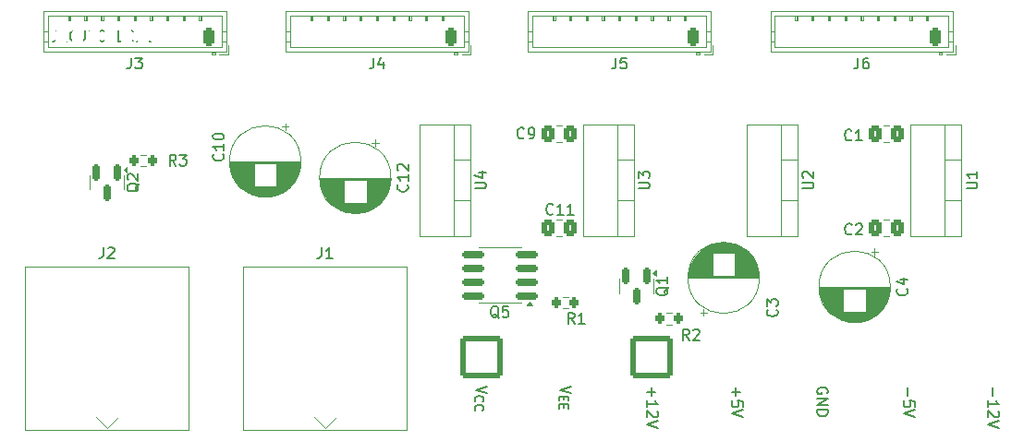
<source format=gto>
G04 #@! TF.GenerationSoftware,KiCad,Pcbnew,8.0.7*
G04 #@! TF.CreationDate,2025-05-28T10:08:30-07:00*
G04 #@! TF.ProjectId,psu_linear_reg,7073755f-6c69-46e6-9561-725f7265672e,rev?*
G04 #@! TF.SameCoordinates,Original*
G04 #@! TF.FileFunction,Legend,Top*
G04 #@! TF.FilePolarity,Positive*
%FSLAX46Y46*%
G04 Gerber Fmt 4.6, Leading zero omitted, Abs format (unit mm)*
G04 Created by KiCad (PCBNEW 8.0.7) date 2025-05-28 10:08:30*
%MOMM*%
%LPD*%
G01*
G04 APERTURE LIST*
G04 Aperture macros list*
%AMRoundRect*
0 Rectangle with rounded corners*
0 $1 Rounding radius*
0 $2 $3 $4 $5 $6 $7 $8 $9 X,Y pos of 4 corners*
0 Add a 4 corners polygon primitive as box body*
4,1,4,$2,$3,$4,$5,$6,$7,$8,$9,$2,$3,0*
0 Add four circle primitives for the rounded corners*
1,1,$1+$1,$2,$3*
1,1,$1+$1,$4,$5*
1,1,$1+$1,$6,$7*
1,1,$1+$1,$8,$9*
0 Add four rect primitives between the rounded corners*
20,1,$1+$1,$2,$3,$4,$5,0*
20,1,$1+$1,$4,$5,$6,$7,0*
20,1,$1+$1,$6,$7,$8,$9,0*
20,1,$1+$1,$8,$9,$2,$3,0*%
G04 Aperture macros list end*
%ADD10C,0.150000*%
%ADD11C,0.120000*%
%ADD12RoundRect,0.150000X-0.150000X0.587500X-0.150000X-0.587500X0.150000X-0.587500X0.150000X0.587500X0*%
%ADD13O,1.600000X2.500000*%
%ADD14O,3.500000X7.000000*%
%ADD15RoundRect,0.250000X0.265000X0.615000X-0.265000X0.615000X-0.265000X-0.615000X0.265000X-0.615000X0*%
%ADD16O,1.030000X1.730000*%
%ADD17RoundRect,0.150000X0.825000X0.150000X-0.825000X0.150000X-0.825000X-0.150000X0.825000X-0.150000X0*%
%ADD18R,2.000000X1.905000*%
%ADD19O,2.000000X1.905000*%
%ADD20RoundRect,0.250000X0.337500X0.475000X-0.337500X0.475000X-0.337500X-0.475000X0.337500X-0.475000X0*%
%ADD21RoundRect,0.200000X-0.200000X-0.275000X0.200000X-0.275000X0.200000X0.275000X-0.200000X0.275000X0*%
%ADD22RoundRect,0.250002X-1.699998X-1.699998X1.699998X-1.699998X1.699998X1.699998X-1.699998X1.699998X0*%
%ADD23C,3.900000*%
%ADD24R,1.600000X1.600000*%
%ADD25C,1.600000*%
G04 APERTURE END LIST*
D10*
X154626133Y-151836779D02*
X154626133Y-152598684D01*
X154245180Y-152217731D02*
X155007085Y-152217731D01*
X155245180Y-153551064D02*
X155245180Y-153074874D01*
X155245180Y-153074874D02*
X154768990Y-153027255D01*
X154768990Y-153027255D02*
X154816609Y-153074874D01*
X154816609Y-153074874D02*
X154864228Y-153170112D01*
X154864228Y-153170112D02*
X154864228Y-153408207D01*
X154864228Y-153408207D02*
X154816609Y-153503445D01*
X154816609Y-153503445D02*
X154768990Y-153551064D01*
X154768990Y-153551064D02*
X154673752Y-153598683D01*
X154673752Y-153598683D02*
X154435657Y-153598683D01*
X154435657Y-153598683D02*
X154340419Y-153551064D01*
X154340419Y-153551064D02*
X154292800Y-153503445D01*
X154292800Y-153503445D02*
X154245180Y-153408207D01*
X154245180Y-153408207D02*
X154245180Y-153170112D01*
X154245180Y-153170112D02*
X154292800Y-153074874D01*
X154292800Y-153074874D02*
X154340419Y-153027255D01*
X155245180Y-153884398D02*
X154245180Y-154217731D01*
X154245180Y-154217731D02*
X155245180Y-154551064D01*
X162997561Y-152360588D02*
X163045180Y-152265350D01*
X163045180Y-152265350D02*
X163045180Y-152122493D01*
X163045180Y-152122493D02*
X162997561Y-151979636D01*
X162997561Y-151979636D02*
X162902323Y-151884398D01*
X162902323Y-151884398D02*
X162807085Y-151836779D01*
X162807085Y-151836779D02*
X162616609Y-151789160D01*
X162616609Y-151789160D02*
X162473752Y-151789160D01*
X162473752Y-151789160D02*
X162283276Y-151836779D01*
X162283276Y-151836779D02*
X162188038Y-151884398D01*
X162188038Y-151884398D02*
X162092800Y-151979636D01*
X162092800Y-151979636D02*
X162045180Y-152122493D01*
X162045180Y-152122493D02*
X162045180Y-152217731D01*
X162045180Y-152217731D02*
X162092800Y-152360588D01*
X162092800Y-152360588D02*
X162140419Y-152408207D01*
X162140419Y-152408207D02*
X162473752Y-152408207D01*
X162473752Y-152408207D02*
X162473752Y-152217731D01*
X162045180Y-152836779D02*
X163045180Y-152836779D01*
X163045180Y-152836779D02*
X162045180Y-153408207D01*
X162045180Y-153408207D02*
X163045180Y-153408207D01*
X162045180Y-153884398D02*
X163045180Y-153884398D01*
X163045180Y-153884398D02*
X163045180Y-154122493D01*
X163045180Y-154122493D02*
X162997561Y-154265350D01*
X162997561Y-154265350D02*
X162902323Y-154360588D01*
X162902323Y-154360588D02*
X162807085Y-154408207D01*
X162807085Y-154408207D02*
X162616609Y-154455826D01*
X162616609Y-154455826D02*
X162473752Y-154455826D01*
X162473752Y-154455826D02*
X162283276Y-154408207D01*
X162283276Y-154408207D02*
X162188038Y-154360588D01*
X162188038Y-154360588D02*
X162092800Y-154265350D01*
X162092800Y-154265350D02*
X162045180Y-154122493D01*
X162045180Y-154122493D02*
X162045180Y-153884398D01*
X178126133Y-151836779D02*
X178126133Y-152598684D01*
X177745180Y-153598683D02*
X177745180Y-153027255D01*
X177745180Y-153312969D02*
X178745180Y-153312969D01*
X178745180Y-153312969D02*
X178602323Y-153217731D01*
X178602323Y-153217731D02*
X178507085Y-153122493D01*
X178507085Y-153122493D02*
X178459466Y-153027255D01*
X178649942Y-153979636D02*
X178697561Y-154027255D01*
X178697561Y-154027255D02*
X178745180Y-154122493D01*
X178745180Y-154122493D02*
X178745180Y-154360588D01*
X178745180Y-154360588D02*
X178697561Y-154455826D01*
X178697561Y-154455826D02*
X178649942Y-154503445D01*
X178649942Y-154503445D02*
X178554704Y-154551064D01*
X178554704Y-154551064D02*
X178459466Y-154551064D01*
X178459466Y-154551064D02*
X178316609Y-154503445D01*
X178316609Y-154503445D02*
X177745180Y-153932017D01*
X177745180Y-153932017D02*
X177745180Y-154551064D01*
X178745180Y-154836779D02*
X177745180Y-155170112D01*
X177745180Y-155170112D02*
X178745180Y-155503445D01*
X146876133Y-151836779D02*
X146876133Y-152598684D01*
X146495180Y-152217731D02*
X147257085Y-152217731D01*
X146495180Y-153598683D02*
X146495180Y-153027255D01*
X146495180Y-153312969D02*
X147495180Y-153312969D01*
X147495180Y-153312969D02*
X147352323Y-153217731D01*
X147352323Y-153217731D02*
X147257085Y-153122493D01*
X147257085Y-153122493D02*
X147209466Y-153027255D01*
X147399942Y-153979636D02*
X147447561Y-154027255D01*
X147447561Y-154027255D02*
X147495180Y-154122493D01*
X147495180Y-154122493D02*
X147495180Y-154360588D01*
X147495180Y-154360588D02*
X147447561Y-154455826D01*
X147447561Y-154455826D02*
X147399942Y-154503445D01*
X147399942Y-154503445D02*
X147304704Y-154551064D01*
X147304704Y-154551064D02*
X147209466Y-154551064D01*
X147209466Y-154551064D02*
X147066609Y-154503445D01*
X147066609Y-154503445D02*
X146495180Y-153932017D01*
X146495180Y-153932017D02*
X146495180Y-154551064D01*
X147495180Y-154836779D02*
X146495180Y-155170112D01*
X146495180Y-155170112D02*
X147495180Y-155503445D01*
X92380951Y-119054819D02*
X92380951Y-119769104D01*
X92380951Y-119769104D02*
X92333332Y-119911961D01*
X92333332Y-119911961D02*
X92238094Y-120007200D01*
X92238094Y-120007200D02*
X92095237Y-120054819D01*
X92095237Y-120054819D02*
X91999999Y-120054819D01*
X93333332Y-120054819D02*
X92857142Y-120054819D01*
X92857142Y-120054819D02*
X92857142Y-119054819D01*
X94238094Y-119959580D02*
X94190475Y-120007200D01*
X94190475Y-120007200D02*
X94047618Y-120054819D01*
X94047618Y-120054819D02*
X93952380Y-120054819D01*
X93952380Y-120054819D02*
X93809523Y-120007200D01*
X93809523Y-120007200D02*
X93714285Y-119911961D01*
X93714285Y-119911961D02*
X93666666Y-119816723D01*
X93666666Y-119816723D02*
X93619047Y-119626247D01*
X93619047Y-119626247D02*
X93619047Y-119483390D01*
X93619047Y-119483390D02*
X93666666Y-119292914D01*
X93666666Y-119292914D02*
X93714285Y-119197676D01*
X93714285Y-119197676D02*
X93809523Y-119102438D01*
X93809523Y-119102438D02*
X93952380Y-119054819D01*
X93952380Y-119054819D02*
X94047618Y-119054819D01*
X94047618Y-119054819D02*
X94190475Y-119102438D01*
X94190475Y-119102438D02*
X94238094Y-119150057D01*
X94952380Y-119054819D02*
X94952380Y-119769104D01*
X94952380Y-119769104D02*
X94904761Y-119911961D01*
X94904761Y-119911961D02*
X94809523Y-120007200D01*
X94809523Y-120007200D02*
X94666666Y-120054819D01*
X94666666Y-120054819D02*
X94571428Y-120054819D01*
X95904761Y-120054819D02*
X95428571Y-120054819D01*
X95428571Y-120054819D02*
X95428571Y-119054819D01*
X96809523Y-119959580D02*
X96761904Y-120007200D01*
X96761904Y-120007200D02*
X96619047Y-120054819D01*
X96619047Y-120054819D02*
X96523809Y-120054819D01*
X96523809Y-120054819D02*
X96380952Y-120007200D01*
X96380952Y-120007200D02*
X96285714Y-119911961D01*
X96285714Y-119911961D02*
X96238095Y-119816723D01*
X96238095Y-119816723D02*
X96190476Y-119626247D01*
X96190476Y-119626247D02*
X96190476Y-119483390D01*
X96190476Y-119483390D02*
X96238095Y-119292914D01*
X96238095Y-119292914D02*
X96285714Y-119197676D01*
X96285714Y-119197676D02*
X96380952Y-119102438D01*
X96380952Y-119102438D02*
X96523809Y-119054819D01*
X96523809Y-119054819D02*
X96619047Y-119054819D01*
X96619047Y-119054819D02*
X96761904Y-119102438D01*
X96761904Y-119102438D02*
X96809523Y-119150057D01*
X97523809Y-119054819D02*
X97523809Y-119769104D01*
X97523809Y-119769104D02*
X97476190Y-119911961D01*
X97476190Y-119911961D02*
X97380952Y-120007200D01*
X97380952Y-120007200D02*
X97238095Y-120054819D01*
X97238095Y-120054819D02*
X97142857Y-120054819D01*
X98476190Y-120054819D02*
X98000000Y-120054819D01*
X98000000Y-120054819D02*
X98000000Y-119054819D01*
X99380952Y-119959580D02*
X99333333Y-120007200D01*
X99333333Y-120007200D02*
X99190476Y-120054819D01*
X99190476Y-120054819D02*
X99095238Y-120054819D01*
X99095238Y-120054819D02*
X98952381Y-120007200D01*
X98952381Y-120007200D02*
X98857143Y-119911961D01*
X98857143Y-119911961D02*
X98809524Y-119816723D01*
X98809524Y-119816723D02*
X98761905Y-119626247D01*
X98761905Y-119626247D02*
X98761905Y-119483390D01*
X98761905Y-119483390D02*
X98809524Y-119292914D01*
X98809524Y-119292914D02*
X98857143Y-119197676D01*
X98857143Y-119197676D02*
X98952381Y-119102438D01*
X98952381Y-119102438D02*
X99095238Y-119054819D01*
X99095238Y-119054819D02*
X99190476Y-119054819D01*
X99190476Y-119054819D02*
X99333333Y-119102438D01*
X99333333Y-119102438D02*
X99380952Y-119150057D01*
X100095238Y-119054819D02*
X100095238Y-119769104D01*
X100095238Y-119769104D02*
X100047619Y-119911961D01*
X100047619Y-119911961D02*
X99952381Y-120007200D01*
X99952381Y-120007200D02*
X99809524Y-120054819D01*
X99809524Y-120054819D02*
X99714286Y-120054819D01*
X101047619Y-120054819D02*
X100571429Y-120054819D01*
X100571429Y-120054819D02*
X100571429Y-119054819D01*
X101952381Y-119959580D02*
X101904762Y-120007200D01*
X101904762Y-120007200D02*
X101761905Y-120054819D01*
X101761905Y-120054819D02*
X101666667Y-120054819D01*
X101666667Y-120054819D02*
X101523810Y-120007200D01*
X101523810Y-120007200D02*
X101428572Y-119911961D01*
X101428572Y-119911961D02*
X101380953Y-119816723D01*
X101380953Y-119816723D02*
X101333334Y-119626247D01*
X101333334Y-119626247D02*
X101333334Y-119483390D01*
X101333334Y-119483390D02*
X101380953Y-119292914D01*
X101380953Y-119292914D02*
X101428572Y-119197676D01*
X101428572Y-119197676D02*
X101523810Y-119102438D01*
X101523810Y-119102438D02*
X101666667Y-119054819D01*
X101666667Y-119054819D02*
X101761905Y-119054819D01*
X101761905Y-119054819D02*
X101904762Y-119102438D01*
X101904762Y-119102438D02*
X101952381Y-119150057D01*
X139545180Y-151693922D02*
X138545180Y-152027255D01*
X138545180Y-152027255D02*
X139545180Y-152360588D01*
X138853752Y-152646303D02*
X138853752Y-152912969D01*
X138434704Y-153027255D02*
X138434704Y-152646303D01*
X138434704Y-152646303D02*
X139234704Y-152646303D01*
X139234704Y-152646303D02*
X139234704Y-153027255D01*
X138853752Y-153370113D02*
X138853752Y-153636779D01*
X138434704Y-153751065D02*
X138434704Y-153370113D01*
X138434704Y-153370113D02*
X139234704Y-153370113D01*
X139234704Y-153370113D02*
X139234704Y-153751065D01*
X170376133Y-151836779D02*
X170376133Y-152598684D01*
X170995180Y-153551064D02*
X170995180Y-153074874D01*
X170995180Y-153074874D02*
X170518990Y-153027255D01*
X170518990Y-153027255D02*
X170566609Y-153074874D01*
X170566609Y-153074874D02*
X170614228Y-153170112D01*
X170614228Y-153170112D02*
X170614228Y-153408207D01*
X170614228Y-153408207D02*
X170566609Y-153503445D01*
X170566609Y-153503445D02*
X170518990Y-153551064D01*
X170518990Y-153551064D02*
X170423752Y-153598683D01*
X170423752Y-153598683D02*
X170185657Y-153598683D01*
X170185657Y-153598683D02*
X170090419Y-153551064D01*
X170090419Y-153551064D02*
X170042800Y-153503445D01*
X170042800Y-153503445D02*
X169995180Y-153408207D01*
X169995180Y-153408207D02*
X169995180Y-153170112D01*
X169995180Y-153170112D02*
X170042800Y-153074874D01*
X170042800Y-153074874D02*
X170090419Y-153027255D01*
X170995180Y-153884398D02*
X169995180Y-154217731D01*
X169995180Y-154217731D02*
X170995180Y-154551064D01*
X131795180Y-151693922D02*
X130795180Y-152027255D01*
X130795180Y-152027255D02*
X131795180Y-152360588D01*
X130760895Y-153103446D02*
X130722800Y-153065350D01*
X130722800Y-153065350D02*
X130684704Y-152951065D01*
X130684704Y-152951065D02*
X130684704Y-152874874D01*
X130684704Y-152874874D02*
X130722800Y-152760588D01*
X130722800Y-152760588D02*
X130798990Y-152684398D01*
X130798990Y-152684398D02*
X130875180Y-152646303D01*
X130875180Y-152646303D02*
X131027561Y-152608207D01*
X131027561Y-152608207D02*
X131141847Y-152608207D01*
X131141847Y-152608207D02*
X131294228Y-152646303D01*
X131294228Y-152646303D02*
X131370419Y-152684398D01*
X131370419Y-152684398D02*
X131446609Y-152760588D01*
X131446609Y-152760588D02*
X131484704Y-152874874D01*
X131484704Y-152874874D02*
X131484704Y-152951065D01*
X131484704Y-152951065D02*
X131446609Y-153065350D01*
X131446609Y-153065350D02*
X131408514Y-153103446D01*
X130760895Y-153903446D02*
X130722800Y-153865350D01*
X130722800Y-153865350D02*
X130684704Y-153751065D01*
X130684704Y-153751065D02*
X130684704Y-153674874D01*
X130684704Y-153674874D02*
X130722800Y-153560588D01*
X130722800Y-153560588D02*
X130798990Y-153484398D01*
X130798990Y-153484398D02*
X130875180Y-153446303D01*
X130875180Y-153446303D02*
X131027561Y-153408207D01*
X131027561Y-153408207D02*
X131141847Y-153408207D01*
X131141847Y-153408207D02*
X131294228Y-153446303D01*
X131294228Y-153446303D02*
X131370419Y-153484398D01*
X131370419Y-153484398D02*
X131446609Y-153560588D01*
X131446609Y-153560588D02*
X131484704Y-153674874D01*
X131484704Y-153674874D02*
X131484704Y-153751065D01*
X131484704Y-153751065D02*
X131446609Y-153865350D01*
X131446609Y-153865350D02*
X131408514Y-153903446D01*
X99950057Y-133095238D02*
X99902438Y-133190476D01*
X99902438Y-133190476D02*
X99807200Y-133285714D01*
X99807200Y-133285714D02*
X99664342Y-133428571D01*
X99664342Y-133428571D02*
X99616723Y-133523809D01*
X99616723Y-133523809D02*
X99616723Y-133619047D01*
X99854819Y-133571428D02*
X99807200Y-133666666D01*
X99807200Y-133666666D02*
X99711961Y-133761904D01*
X99711961Y-133761904D02*
X99521485Y-133809523D01*
X99521485Y-133809523D02*
X99188152Y-133809523D01*
X99188152Y-133809523D02*
X98997676Y-133761904D01*
X98997676Y-133761904D02*
X98902438Y-133666666D01*
X98902438Y-133666666D02*
X98854819Y-133571428D01*
X98854819Y-133571428D02*
X98854819Y-133380952D01*
X98854819Y-133380952D02*
X98902438Y-133285714D01*
X98902438Y-133285714D02*
X98997676Y-133190476D01*
X98997676Y-133190476D02*
X99188152Y-133142857D01*
X99188152Y-133142857D02*
X99521485Y-133142857D01*
X99521485Y-133142857D02*
X99711961Y-133190476D01*
X99711961Y-133190476D02*
X99807200Y-133285714D01*
X99807200Y-133285714D02*
X99854819Y-133380952D01*
X99854819Y-133380952D02*
X99854819Y-133571428D01*
X98950057Y-132761904D02*
X98902438Y-132714285D01*
X98902438Y-132714285D02*
X98854819Y-132619047D01*
X98854819Y-132619047D02*
X98854819Y-132380952D01*
X98854819Y-132380952D02*
X98902438Y-132285714D01*
X98902438Y-132285714D02*
X98950057Y-132238095D01*
X98950057Y-132238095D02*
X99045295Y-132190476D01*
X99045295Y-132190476D02*
X99140533Y-132190476D01*
X99140533Y-132190476D02*
X99283390Y-132238095D01*
X99283390Y-132238095D02*
X99854819Y-132809523D01*
X99854819Y-132809523D02*
X99854819Y-132190476D01*
X96666666Y-138954819D02*
X96666666Y-139669104D01*
X96666666Y-139669104D02*
X96619047Y-139811961D01*
X96619047Y-139811961D02*
X96523809Y-139907200D01*
X96523809Y-139907200D02*
X96380952Y-139954819D01*
X96380952Y-139954819D02*
X96285714Y-139954819D01*
X97095238Y-139050057D02*
X97142857Y-139002438D01*
X97142857Y-139002438D02*
X97238095Y-138954819D01*
X97238095Y-138954819D02*
X97476190Y-138954819D01*
X97476190Y-138954819D02*
X97571428Y-139002438D01*
X97571428Y-139002438D02*
X97619047Y-139050057D01*
X97619047Y-139050057D02*
X97666666Y-139145295D01*
X97666666Y-139145295D02*
X97666666Y-139240533D01*
X97666666Y-139240533D02*
X97619047Y-139383390D01*
X97619047Y-139383390D02*
X97047619Y-139954819D01*
X97047619Y-139954819D02*
X97666666Y-139954819D01*
X143616666Y-121554819D02*
X143616666Y-122269104D01*
X143616666Y-122269104D02*
X143569047Y-122411961D01*
X143569047Y-122411961D02*
X143473809Y-122507200D01*
X143473809Y-122507200D02*
X143330952Y-122554819D01*
X143330952Y-122554819D02*
X143235714Y-122554819D01*
X144569047Y-121554819D02*
X144092857Y-121554819D01*
X144092857Y-121554819D02*
X144045238Y-122031009D01*
X144045238Y-122031009D02*
X144092857Y-121983390D01*
X144092857Y-121983390D02*
X144188095Y-121935771D01*
X144188095Y-121935771D02*
X144426190Y-121935771D01*
X144426190Y-121935771D02*
X144521428Y-121983390D01*
X144521428Y-121983390D02*
X144569047Y-122031009D01*
X144569047Y-122031009D02*
X144616666Y-122126247D01*
X144616666Y-122126247D02*
X144616666Y-122364342D01*
X144616666Y-122364342D02*
X144569047Y-122459580D01*
X144569047Y-122459580D02*
X144521428Y-122507200D01*
X144521428Y-122507200D02*
X144426190Y-122554819D01*
X144426190Y-122554819D02*
X144188095Y-122554819D01*
X144188095Y-122554819D02*
X144092857Y-122507200D01*
X144092857Y-122507200D02*
X144045238Y-122459580D01*
X132904761Y-145450057D02*
X132809523Y-145402438D01*
X132809523Y-145402438D02*
X132714285Y-145307200D01*
X132714285Y-145307200D02*
X132571428Y-145164342D01*
X132571428Y-145164342D02*
X132476190Y-145116723D01*
X132476190Y-145116723D02*
X132380952Y-145116723D01*
X132428571Y-145354819D02*
X132333333Y-145307200D01*
X132333333Y-145307200D02*
X132238095Y-145211961D01*
X132238095Y-145211961D02*
X132190476Y-145021485D01*
X132190476Y-145021485D02*
X132190476Y-144688152D01*
X132190476Y-144688152D02*
X132238095Y-144497676D01*
X132238095Y-144497676D02*
X132333333Y-144402438D01*
X132333333Y-144402438D02*
X132428571Y-144354819D01*
X132428571Y-144354819D02*
X132619047Y-144354819D01*
X132619047Y-144354819D02*
X132714285Y-144402438D01*
X132714285Y-144402438D02*
X132809523Y-144497676D01*
X132809523Y-144497676D02*
X132857142Y-144688152D01*
X132857142Y-144688152D02*
X132857142Y-145021485D01*
X132857142Y-145021485D02*
X132809523Y-145211961D01*
X132809523Y-145211961D02*
X132714285Y-145307200D01*
X132714285Y-145307200D02*
X132619047Y-145354819D01*
X132619047Y-145354819D02*
X132428571Y-145354819D01*
X133761904Y-144354819D02*
X133285714Y-144354819D01*
X133285714Y-144354819D02*
X133238095Y-144831009D01*
X133238095Y-144831009D02*
X133285714Y-144783390D01*
X133285714Y-144783390D02*
X133380952Y-144735771D01*
X133380952Y-144735771D02*
X133619047Y-144735771D01*
X133619047Y-144735771D02*
X133714285Y-144783390D01*
X133714285Y-144783390D02*
X133761904Y-144831009D01*
X133761904Y-144831009D02*
X133809523Y-144926247D01*
X133809523Y-144926247D02*
X133809523Y-145164342D01*
X133809523Y-145164342D02*
X133761904Y-145259580D01*
X133761904Y-145259580D02*
X133714285Y-145307200D01*
X133714285Y-145307200D02*
X133619047Y-145354819D01*
X133619047Y-145354819D02*
X133380952Y-145354819D01*
X133380952Y-145354819D02*
X133285714Y-145307200D01*
X133285714Y-145307200D02*
X133238095Y-145259580D01*
X116666666Y-138954819D02*
X116666666Y-139669104D01*
X116666666Y-139669104D02*
X116619047Y-139811961D01*
X116619047Y-139811961D02*
X116523809Y-139907200D01*
X116523809Y-139907200D02*
X116380952Y-139954819D01*
X116380952Y-139954819D02*
X116285714Y-139954819D01*
X117666666Y-139954819D02*
X117095238Y-139954819D01*
X117380952Y-139954819D02*
X117380952Y-138954819D01*
X117380952Y-138954819D02*
X117285714Y-139097676D01*
X117285714Y-139097676D02*
X117190476Y-139192914D01*
X117190476Y-139192914D02*
X117095238Y-139240533D01*
X145724819Y-133551904D02*
X146534342Y-133551904D01*
X146534342Y-133551904D02*
X146629580Y-133504285D01*
X146629580Y-133504285D02*
X146677200Y-133456666D01*
X146677200Y-133456666D02*
X146724819Y-133361428D01*
X146724819Y-133361428D02*
X146724819Y-133170952D01*
X146724819Y-133170952D02*
X146677200Y-133075714D01*
X146677200Y-133075714D02*
X146629580Y-133028095D01*
X146629580Y-133028095D02*
X146534342Y-132980476D01*
X146534342Y-132980476D02*
X145724819Y-132980476D01*
X145724819Y-132599523D02*
X145724819Y-131980476D01*
X145724819Y-131980476D02*
X146105771Y-132313809D01*
X146105771Y-132313809D02*
X146105771Y-132170952D01*
X146105771Y-132170952D02*
X146153390Y-132075714D01*
X146153390Y-132075714D02*
X146201009Y-132028095D01*
X146201009Y-132028095D02*
X146296247Y-131980476D01*
X146296247Y-131980476D02*
X146534342Y-131980476D01*
X146534342Y-131980476D02*
X146629580Y-132028095D01*
X146629580Y-132028095D02*
X146677200Y-132075714D01*
X146677200Y-132075714D02*
X146724819Y-132170952D01*
X146724819Y-132170952D02*
X146724819Y-132456666D01*
X146724819Y-132456666D02*
X146677200Y-132551904D01*
X146677200Y-132551904D02*
X146629580Y-132599523D01*
X137857142Y-135859580D02*
X137809523Y-135907200D01*
X137809523Y-135907200D02*
X137666666Y-135954819D01*
X137666666Y-135954819D02*
X137571428Y-135954819D01*
X137571428Y-135954819D02*
X137428571Y-135907200D01*
X137428571Y-135907200D02*
X137333333Y-135811961D01*
X137333333Y-135811961D02*
X137285714Y-135716723D01*
X137285714Y-135716723D02*
X137238095Y-135526247D01*
X137238095Y-135526247D02*
X137238095Y-135383390D01*
X137238095Y-135383390D02*
X137285714Y-135192914D01*
X137285714Y-135192914D02*
X137333333Y-135097676D01*
X137333333Y-135097676D02*
X137428571Y-135002438D01*
X137428571Y-135002438D02*
X137571428Y-134954819D01*
X137571428Y-134954819D02*
X137666666Y-134954819D01*
X137666666Y-134954819D02*
X137809523Y-135002438D01*
X137809523Y-135002438D02*
X137857142Y-135050057D01*
X138809523Y-135954819D02*
X138238095Y-135954819D01*
X138523809Y-135954819D02*
X138523809Y-134954819D01*
X138523809Y-134954819D02*
X138428571Y-135097676D01*
X138428571Y-135097676D02*
X138333333Y-135192914D01*
X138333333Y-135192914D02*
X138238095Y-135240533D01*
X139761904Y-135954819D02*
X139190476Y-135954819D01*
X139476190Y-135954819D02*
X139476190Y-134954819D01*
X139476190Y-134954819D02*
X139380952Y-135097676D01*
X139380952Y-135097676D02*
X139285714Y-135192914D01*
X139285714Y-135192914D02*
X139190476Y-135240533D01*
X148450057Y-142595238D02*
X148402438Y-142690476D01*
X148402438Y-142690476D02*
X148307200Y-142785714D01*
X148307200Y-142785714D02*
X148164342Y-142928571D01*
X148164342Y-142928571D02*
X148116723Y-143023809D01*
X148116723Y-143023809D02*
X148116723Y-143119047D01*
X148354819Y-143071428D02*
X148307200Y-143166666D01*
X148307200Y-143166666D02*
X148211961Y-143261904D01*
X148211961Y-143261904D02*
X148021485Y-143309523D01*
X148021485Y-143309523D02*
X147688152Y-143309523D01*
X147688152Y-143309523D02*
X147497676Y-143261904D01*
X147497676Y-143261904D02*
X147402438Y-143166666D01*
X147402438Y-143166666D02*
X147354819Y-143071428D01*
X147354819Y-143071428D02*
X147354819Y-142880952D01*
X147354819Y-142880952D02*
X147402438Y-142785714D01*
X147402438Y-142785714D02*
X147497676Y-142690476D01*
X147497676Y-142690476D02*
X147688152Y-142642857D01*
X147688152Y-142642857D02*
X148021485Y-142642857D01*
X148021485Y-142642857D02*
X148211961Y-142690476D01*
X148211961Y-142690476D02*
X148307200Y-142785714D01*
X148307200Y-142785714D02*
X148354819Y-142880952D01*
X148354819Y-142880952D02*
X148354819Y-143071428D01*
X148354819Y-141690476D02*
X148354819Y-142261904D01*
X148354819Y-141976190D02*
X147354819Y-141976190D01*
X147354819Y-141976190D02*
X147497676Y-142071428D01*
X147497676Y-142071428D02*
X147592914Y-142166666D01*
X147592914Y-142166666D02*
X147640533Y-142261904D01*
X165213833Y-129053580D02*
X165166214Y-129101200D01*
X165166214Y-129101200D02*
X165023357Y-129148819D01*
X165023357Y-129148819D02*
X164928119Y-129148819D01*
X164928119Y-129148819D02*
X164785262Y-129101200D01*
X164785262Y-129101200D02*
X164690024Y-129005961D01*
X164690024Y-129005961D02*
X164642405Y-128910723D01*
X164642405Y-128910723D02*
X164594786Y-128720247D01*
X164594786Y-128720247D02*
X164594786Y-128577390D01*
X164594786Y-128577390D02*
X164642405Y-128386914D01*
X164642405Y-128386914D02*
X164690024Y-128291676D01*
X164690024Y-128291676D02*
X164785262Y-128196438D01*
X164785262Y-128196438D02*
X164928119Y-128148819D01*
X164928119Y-128148819D02*
X165023357Y-128148819D01*
X165023357Y-128148819D02*
X165166214Y-128196438D01*
X165166214Y-128196438D02*
X165213833Y-128244057D01*
X166166214Y-129148819D02*
X165594786Y-129148819D01*
X165880500Y-129148819D02*
X165880500Y-128148819D01*
X165880500Y-128148819D02*
X165785262Y-128291676D01*
X165785262Y-128291676D02*
X165690024Y-128386914D01*
X165690024Y-128386914D02*
X165594786Y-128434533D01*
X103333333Y-131454819D02*
X103000000Y-130978628D01*
X102761905Y-131454819D02*
X102761905Y-130454819D01*
X102761905Y-130454819D02*
X103142857Y-130454819D01*
X103142857Y-130454819D02*
X103238095Y-130502438D01*
X103238095Y-130502438D02*
X103285714Y-130550057D01*
X103285714Y-130550057D02*
X103333333Y-130645295D01*
X103333333Y-130645295D02*
X103333333Y-130788152D01*
X103333333Y-130788152D02*
X103285714Y-130883390D01*
X103285714Y-130883390D02*
X103238095Y-130931009D01*
X103238095Y-130931009D02*
X103142857Y-130978628D01*
X103142857Y-130978628D02*
X102761905Y-130978628D01*
X103666667Y-130454819D02*
X104285714Y-130454819D01*
X104285714Y-130454819D02*
X103952381Y-130835771D01*
X103952381Y-130835771D02*
X104095238Y-130835771D01*
X104095238Y-130835771D02*
X104190476Y-130883390D01*
X104190476Y-130883390D02*
X104238095Y-130931009D01*
X104238095Y-130931009D02*
X104285714Y-131026247D01*
X104285714Y-131026247D02*
X104285714Y-131264342D01*
X104285714Y-131264342D02*
X104238095Y-131359580D01*
X104238095Y-131359580D02*
X104190476Y-131407200D01*
X104190476Y-131407200D02*
X104095238Y-131454819D01*
X104095238Y-131454819D02*
X103809524Y-131454819D01*
X103809524Y-131454819D02*
X103714286Y-131407200D01*
X103714286Y-131407200D02*
X103666667Y-131359580D01*
X165235333Y-137689580D02*
X165187714Y-137737200D01*
X165187714Y-137737200D02*
X165044857Y-137784819D01*
X165044857Y-137784819D02*
X164949619Y-137784819D01*
X164949619Y-137784819D02*
X164806762Y-137737200D01*
X164806762Y-137737200D02*
X164711524Y-137641961D01*
X164711524Y-137641961D02*
X164663905Y-137546723D01*
X164663905Y-137546723D02*
X164616286Y-137356247D01*
X164616286Y-137356247D02*
X164616286Y-137213390D01*
X164616286Y-137213390D02*
X164663905Y-137022914D01*
X164663905Y-137022914D02*
X164711524Y-136927676D01*
X164711524Y-136927676D02*
X164806762Y-136832438D01*
X164806762Y-136832438D02*
X164949619Y-136784819D01*
X164949619Y-136784819D02*
X165044857Y-136784819D01*
X165044857Y-136784819D02*
X165187714Y-136832438D01*
X165187714Y-136832438D02*
X165235333Y-136880057D01*
X165616286Y-136880057D02*
X165663905Y-136832438D01*
X165663905Y-136832438D02*
X165759143Y-136784819D01*
X165759143Y-136784819D02*
X165997238Y-136784819D01*
X165997238Y-136784819D02*
X166092476Y-136832438D01*
X166092476Y-136832438D02*
X166140095Y-136880057D01*
X166140095Y-136880057D02*
X166187714Y-136975295D01*
X166187714Y-136975295D02*
X166187714Y-137070533D01*
X166187714Y-137070533D02*
X166140095Y-137213390D01*
X166140095Y-137213390D02*
X165568667Y-137784819D01*
X165568667Y-137784819D02*
X166187714Y-137784819D01*
X165816666Y-121554819D02*
X165816666Y-122269104D01*
X165816666Y-122269104D02*
X165769047Y-122411961D01*
X165769047Y-122411961D02*
X165673809Y-122507200D01*
X165673809Y-122507200D02*
X165530952Y-122554819D01*
X165530952Y-122554819D02*
X165435714Y-122554819D01*
X166721428Y-121554819D02*
X166530952Y-121554819D01*
X166530952Y-121554819D02*
X166435714Y-121602438D01*
X166435714Y-121602438D02*
X166388095Y-121650057D01*
X166388095Y-121650057D02*
X166292857Y-121792914D01*
X166292857Y-121792914D02*
X166245238Y-121983390D01*
X166245238Y-121983390D02*
X166245238Y-122364342D01*
X166245238Y-122364342D02*
X166292857Y-122459580D01*
X166292857Y-122459580D02*
X166340476Y-122507200D01*
X166340476Y-122507200D02*
X166435714Y-122554819D01*
X166435714Y-122554819D02*
X166626190Y-122554819D01*
X166626190Y-122554819D02*
X166721428Y-122507200D01*
X166721428Y-122507200D02*
X166769047Y-122459580D01*
X166769047Y-122459580D02*
X166816666Y-122364342D01*
X166816666Y-122364342D02*
X166816666Y-122126247D01*
X166816666Y-122126247D02*
X166769047Y-122031009D01*
X166769047Y-122031009D02*
X166721428Y-121983390D01*
X166721428Y-121983390D02*
X166626190Y-121935771D01*
X166626190Y-121935771D02*
X166435714Y-121935771D01*
X166435714Y-121935771D02*
X166340476Y-121983390D01*
X166340476Y-121983390D02*
X166292857Y-122031009D01*
X166292857Y-122031009D02*
X166245238Y-122126247D01*
X130724819Y-133551904D02*
X131534342Y-133551904D01*
X131534342Y-133551904D02*
X131629580Y-133504285D01*
X131629580Y-133504285D02*
X131677200Y-133456666D01*
X131677200Y-133456666D02*
X131724819Y-133361428D01*
X131724819Y-133361428D02*
X131724819Y-133170952D01*
X131724819Y-133170952D02*
X131677200Y-133075714D01*
X131677200Y-133075714D02*
X131629580Y-133028095D01*
X131629580Y-133028095D02*
X131534342Y-132980476D01*
X131534342Y-132980476D02*
X130724819Y-132980476D01*
X131058152Y-132075714D02*
X131724819Y-132075714D01*
X130677200Y-132313809D02*
X131391485Y-132551904D01*
X131391485Y-132551904D02*
X131391485Y-131932857D01*
X139833333Y-145954819D02*
X139500000Y-145478628D01*
X139261905Y-145954819D02*
X139261905Y-144954819D01*
X139261905Y-144954819D02*
X139642857Y-144954819D01*
X139642857Y-144954819D02*
X139738095Y-145002438D01*
X139738095Y-145002438D02*
X139785714Y-145050057D01*
X139785714Y-145050057D02*
X139833333Y-145145295D01*
X139833333Y-145145295D02*
X139833333Y-145288152D01*
X139833333Y-145288152D02*
X139785714Y-145383390D01*
X139785714Y-145383390D02*
X139738095Y-145431009D01*
X139738095Y-145431009D02*
X139642857Y-145478628D01*
X139642857Y-145478628D02*
X139261905Y-145478628D01*
X140785714Y-145954819D02*
X140214286Y-145954819D01*
X140500000Y-145954819D02*
X140500000Y-144954819D01*
X140500000Y-144954819D02*
X140404762Y-145097676D01*
X140404762Y-145097676D02*
X140309524Y-145192914D01*
X140309524Y-145192914D02*
X140214286Y-145240533D01*
X107609580Y-130392857D02*
X107657200Y-130440476D01*
X107657200Y-130440476D02*
X107704819Y-130583333D01*
X107704819Y-130583333D02*
X107704819Y-130678571D01*
X107704819Y-130678571D02*
X107657200Y-130821428D01*
X107657200Y-130821428D02*
X107561961Y-130916666D01*
X107561961Y-130916666D02*
X107466723Y-130964285D01*
X107466723Y-130964285D02*
X107276247Y-131011904D01*
X107276247Y-131011904D02*
X107133390Y-131011904D01*
X107133390Y-131011904D02*
X106942914Y-130964285D01*
X106942914Y-130964285D02*
X106847676Y-130916666D01*
X106847676Y-130916666D02*
X106752438Y-130821428D01*
X106752438Y-130821428D02*
X106704819Y-130678571D01*
X106704819Y-130678571D02*
X106704819Y-130583333D01*
X106704819Y-130583333D02*
X106752438Y-130440476D01*
X106752438Y-130440476D02*
X106800057Y-130392857D01*
X107704819Y-129440476D02*
X107704819Y-130011904D01*
X107704819Y-129726190D02*
X106704819Y-129726190D01*
X106704819Y-129726190D02*
X106847676Y-129821428D01*
X106847676Y-129821428D02*
X106942914Y-129916666D01*
X106942914Y-129916666D02*
X106990533Y-130011904D01*
X106704819Y-128821428D02*
X106704819Y-128726190D01*
X106704819Y-128726190D02*
X106752438Y-128630952D01*
X106752438Y-128630952D02*
X106800057Y-128583333D01*
X106800057Y-128583333D02*
X106895295Y-128535714D01*
X106895295Y-128535714D02*
X107085771Y-128488095D01*
X107085771Y-128488095D02*
X107323866Y-128488095D01*
X107323866Y-128488095D02*
X107514342Y-128535714D01*
X107514342Y-128535714D02*
X107609580Y-128583333D01*
X107609580Y-128583333D02*
X107657200Y-128630952D01*
X107657200Y-128630952D02*
X107704819Y-128726190D01*
X107704819Y-128726190D02*
X107704819Y-128821428D01*
X107704819Y-128821428D02*
X107657200Y-128916666D01*
X107657200Y-128916666D02*
X107609580Y-128964285D01*
X107609580Y-128964285D02*
X107514342Y-129011904D01*
X107514342Y-129011904D02*
X107323866Y-129059523D01*
X107323866Y-129059523D02*
X107085771Y-129059523D01*
X107085771Y-129059523D02*
X106895295Y-129011904D01*
X106895295Y-129011904D02*
X106800057Y-128964285D01*
X106800057Y-128964285D02*
X106752438Y-128916666D01*
X106752438Y-128916666D02*
X106704819Y-128821428D01*
X135215333Y-128883580D02*
X135167714Y-128931200D01*
X135167714Y-128931200D02*
X135024857Y-128978819D01*
X135024857Y-128978819D02*
X134929619Y-128978819D01*
X134929619Y-128978819D02*
X134786762Y-128931200D01*
X134786762Y-128931200D02*
X134691524Y-128835961D01*
X134691524Y-128835961D02*
X134643905Y-128740723D01*
X134643905Y-128740723D02*
X134596286Y-128550247D01*
X134596286Y-128550247D02*
X134596286Y-128407390D01*
X134596286Y-128407390D02*
X134643905Y-128216914D01*
X134643905Y-128216914D02*
X134691524Y-128121676D01*
X134691524Y-128121676D02*
X134786762Y-128026438D01*
X134786762Y-128026438D02*
X134929619Y-127978819D01*
X134929619Y-127978819D02*
X135024857Y-127978819D01*
X135024857Y-127978819D02*
X135167714Y-128026438D01*
X135167714Y-128026438D02*
X135215333Y-128074057D01*
X135691524Y-128978819D02*
X135882000Y-128978819D01*
X135882000Y-128978819D02*
X135977238Y-128931200D01*
X135977238Y-128931200D02*
X136024857Y-128883580D01*
X136024857Y-128883580D02*
X136120095Y-128740723D01*
X136120095Y-128740723D02*
X136167714Y-128550247D01*
X136167714Y-128550247D02*
X136167714Y-128169295D01*
X136167714Y-128169295D02*
X136120095Y-128074057D01*
X136120095Y-128074057D02*
X136072476Y-128026438D01*
X136072476Y-128026438D02*
X135977238Y-127978819D01*
X135977238Y-127978819D02*
X135786762Y-127978819D01*
X135786762Y-127978819D02*
X135691524Y-128026438D01*
X135691524Y-128026438D02*
X135643905Y-128074057D01*
X135643905Y-128074057D02*
X135596286Y-128169295D01*
X135596286Y-128169295D02*
X135596286Y-128407390D01*
X135596286Y-128407390D02*
X135643905Y-128502628D01*
X135643905Y-128502628D02*
X135691524Y-128550247D01*
X135691524Y-128550247D02*
X135786762Y-128597866D01*
X135786762Y-128597866D02*
X135977238Y-128597866D01*
X135977238Y-128597866D02*
X136072476Y-128550247D01*
X136072476Y-128550247D02*
X136120095Y-128502628D01*
X136120095Y-128502628D02*
X136167714Y-128407390D01*
X121416666Y-121554819D02*
X121416666Y-122269104D01*
X121416666Y-122269104D02*
X121369047Y-122411961D01*
X121369047Y-122411961D02*
X121273809Y-122507200D01*
X121273809Y-122507200D02*
X121130952Y-122554819D01*
X121130952Y-122554819D02*
X121035714Y-122554819D01*
X122321428Y-121888152D02*
X122321428Y-122554819D01*
X122083333Y-121507200D02*
X121845238Y-122221485D01*
X121845238Y-122221485D02*
X122464285Y-122221485D01*
X170259580Y-142734287D02*
X170307200Y-142781906D01*
X170307200Y-142781906D02*
X170354819Y-142924763D01*
X170354819Y-142924763D02*
X170354819Y-143020001D01*
X170354819Y-143020001D02*
X170307200Y-143162858D01*
X170307200Y-143162858D02*
X170211961Y-143258096D01*
X170211961Y-143258096D02*
X170116723Y-143305715D01*
X170116723Y-143305715D02*
X169926247Y-143353334D01*
X169926247Y-143353334D02*
X169783390Y-143353334D01*
X169783390Y-143353334D02*
X169592914Y-143305715D01*
X169592914Y-143305715D02*
X169497676Y-143258096D01*
X169497676Y-143258096D02*
X169402438Y-143162858D01*
X169402438Y-143162858D02*
X169354819Y-143020001D01*
X169354819Y-143020001D02*
X169354819Y-142924763D01*
X169354819Y-142924763D02*
X169402438Y-142781906D01*
X169402438Y-142781906D02*
X169450057Y-142734287D01*
X169688152Y-141877144D02*
X170354819Y-141877144D01*
X169307200Y-142115239D02*
X170021485Y-142353334D01*
X170021485Y-142353334D02*
X170021485Y-141734287D01*
X160724819Y-133551904D02*
X161534342Y-133551904D01*
X161534342Y-133551904D02*
X161629580Y-133504285D01*
X161629580Y-133504285D02*
X161677200Y-133456666D01*
X161677200Y-133456666D02*
X161724819Y-133361428D01*
X161724819Y-133361428D02*
X161724819Y-133170952D01*
X161724819Y-133170952D02*
X161677200Y-133075714D01*
X161677200Y-133075714D02*
X161629580Y-133028095D01*
X161629580Y-133028095D02*
X161534342Y-132980476D01*
X161534342Y-132980476D02*
X160724819Y-132980476D01*
X160820057Y-132551904D02*
X160772438Y-132504285D01*
X160772438Y-132504285D02*
X160724819Y-132409047D01*
X160724819Y-132409047D02*
X160724819Y-132170952D01*
X160724819Y-132170952D02*
X160772438Y-132075714D01*
X160772438Y-132075714D02*
X160820057Y-132028095D01*
X160820057Y-132028095D02*
X160915295Y-131980476D01*
X160915295Y-131980476D02*
X161010533Y-131980476D01*
X161010533Y-131980476D02*
X161153390Y-132028095D01*
X161153390Y-132028095D02*
X161724819Y-132599523D01*
X161724819Y-132599523D02*
X161724819Y-131980476D01*
X175724819Y-133551904D02*
X176534342Y-133551904D01*
X176534342Y-133551904D02*
X176629580Y-133504285D01*
X176629580Y-133504285D02*
X176677200Y-133456666D01*
X176677200Y-133456666D02*
X176724819Y-133361428D01*
X176724819Y-133361428D02*
X176724819Y-133170952D01*
X176724819Y-133170952D02*
X176677200Y-133075714D01*
X176677200Y-133075714D02*
X176629580Y-133028095D01*
X176629580Y-133028095D02*
X176534342Y-132980476D01*
X176534342Y-132980476D02*
X175724819Y-132980476D01*
X176724819Y-131980476D02*
X176724819Y-132551904D01*
X176724819Y-132266190D02*
X175724819Y-132266190D01*
X175724819Y-132266190D02*
X175867676Y-132361428D01*
X175867676Y-132361428D02*
X175962914Y-132456666D01*
X175962914Y-132456666D02*
X176010533Y-132551904D01*
X158359580Y-144666666D02*
X158407200Y-144714285D01*
X158407200Y-144714285D02*
X158454819Y-144857142D01*
X158454819Y-144857142D02*
X158454819Y-144952380D01*
X158454819Y-144952380D02*
X158407200Y-145095237D01*
X158407200Y-145095237D02*
X158311961Y-145190475D01*
X158311961Y-145190475D02*
X158216723Y-145238094D01*
X158216723Y-145238094D02*
X158026247Y-145285713D01*
X158026247Y-145285713D02*
X157883390Y-145285713D01*
X157883390Y-145285713D02*
X157692914Y-145238094D01*
X157692914Y-145238094D02*
X157597676Y-145190475D01*
X157597676Y-145190475D02*
X157502438Y-145095237D01*
X157502438Y-145095237D02*
X157454819Y-144952380D01*
X157454819Y-144952380D02*
X157454819Y-144857142D01*
X157454819Y-144857142D02*
X157502438Y-144714285D01*
X157502438Y-144714285D02*
X157550057Y-144666666D01*
X157454819Y-144333332D02*
X157454819Y-143714285D01*
X157454819Y-143714285D02*
X157835771Y-144047618D01*
X157835771Y-144047618D02*
X157835771Y-143904761D01*
X157835771Y-143904761D02*
X157883390Y-143809523D01*
X157883390Y-143809523D02*
X157931009Y-143761904D01*
X157931009Y-143761904D02*
X158026247Y-143714285D01*
X158026247Y-143714285D02*
X158264342Y-143714285D01*
X158264342Y-143714285D02*
X158359580Y-143761904D01*
X158359580Y-143761904D02*
X158407200Y-143809523D01*
X158407200Y-143809523D02*
X158454819Y-143904761D01*
X158454819Y-143904761D02*
X158454819Y-144190475D01*
X158454819Y-144190475D02*
X158407200Y-144285713D01*
X158407200Y-144285713D02*
X158359580Y-144333332D01*
X150333333Y-147454819D02*
X150000000Y-146978628D01*
X149761905Y-147454819D02*
X149761905Y-146454819D01*
X149761905Y-146454819D02*
X150142857Y-146454819D01*
X150142857Y-146454819D02*
X150238095Y-146502438D01*
X150238095Y-146502438D02*
X150285714Y-146550057D01*
X150285714Y-146550057D02*
X150333333Y-146645295D01*
X150333333Y-146645295D02*
X150333333Y-146788152D01*
X150333333Y-146788152D02*
X150285714Y-146883390D01*
X150285714Y-146883390D02*
X150238095Y-146931009D01*
X150238095Y-146931009D02*
X150142857Y-146978628D01*
X150142857Y-146978628D02*
X149761905Y-146978628D01*
X150714286Y-146550057D02*
X150761905Y-146502438D01*
X150761905Y-146502438D02*
X150857143Y-146454819D01*
X150857143Y-146454819D02*
X151095238Y-146454819D01*
X151095238Y-146454819D02*
X151190476Y-146502438D01*
X151190476Y-146502438D02*
X151238095Y-146550057D01*
X151238095Y-146550057D02*
X151285714Y-146645295D01*
X151285714Y-146645295D02*
X151285714Y-146740533D01*
X151285714Y-146740533D02*
X151238095Y-146883390D01*
X151238095Y-146883390D02*
X150666667Y-147454819D01*
X150666667Y-147454819D02*
X151285714Y-147454819D01*
X124509580Y-133210478D02*
X124557200Y-133258097D01*
X124557200Y-133258097D02*
X124604819Y-133400954D01*
X124604819Y-133400954D02*
X124604819Y-133496192D01*
X124604819Y-133496192D02*
X124557200Y-133639049D01*
X124557200Y-133639049D02*
X124461961Y-133734287D01*
X124461961Y-133734287D02*
X124366723Y-133781906D01*
X124366723Y-133781906D02*
X124176247Y-133829525D01*
X124176247Y-133829525D02*
X124033390Y-133829525D01*
X124033390Y-133829525D02*
X123842914Y-133781906D01*
X123842914Y-133781906D02*
X123747676Y-133734287D01*
X123747676Y-133734287D02*
X123652438Y-133639049D01*
X123652438Y-133639049D02*
X123604819Y-133496192D01*
X123604819Y-133496192D02*
X123604819Y-133400954D01*
X123604819Y-133400954D02*
X123652438Y-133258097D01*
X123652438Y-133258097D02*
X123700057Y-133210478D01*
X124604819Y-132258097D02*
X124604819Y-132829525D01*
X124604819Y-132543811D02*
X123604819Y-132543811D01*
X123604819Y-132543811D02*
X123747676Y-132639049D01*
X123747676Y-132639049D02*
X123842914Y-132734287D01*
X123842914Y-132734287D02*
X123890533Y-132829525D01*
X123700057Y-131877144D02*
X123652438Y-131829525D01*
X123652438Y-131829525D02*
X123604819Y-131734287D01*
X123604819Y-131734287D02*
X123604819Y-131496192D01*
X123604819Y-131496192D02*
X123652438Y-131400954D01*
X123652438Y-131400954D02*
X123700057Y-131353335D01*
X123700057Y-131353335D02*
X123795295Y-131305716D01*
X123795295Y-131305716D02*
X123890533Y-131305716D01*
X123890533Y-131305716D02*
X124033390Y-131353335D01*
X124033390Y-131353335D02*
X124604819Y-131924763D01*
X124604819Y-131924763D02*
X124604819Y-131305716D01*
X99216666Y-121554819D02*
X99216666Y-122269104D01*
X99216666Y-122269104D02*
X99169047Y-122411961D01*
X99169047Y-122411961D02*
X99073809Y-122507200D01*
X99073809Y-122507200D02*
X98930952Y-122554819D01*
X98930952Y-122554819D02*
X98835714Y-122554819D01*
X99597619Y-121554819D02*
X100216666Y-121554819D01*
X100216666Y-121554819D02*
X99883333Y-121935771D01*
X99883333Y-121935771D02*
X100026190Y-121935771D01*
X100026190Y-121935771D02*
X100121428Y-121983390D01*
X100121428Y-121983390D02*
X100169047Y-122031009D01*
X100169047Y-122031009D02*
X100216666Y-122126247D01*
X100216666Y-122126247D02*
X100216666Y-122364342D01*
X100216666Y-122364342D02*
X100169047Y-122459580D01*
X100169047Y-122459580D02*
X100121428Y-122507200D01*
X100121428Y-122507200D02*
X100026190Y-122554819D01*
X100026190Y-122554819D02*
X99740476Y-122554819D01*
X99740476Y-122554819D02*
X99645238Y-122507200D01*
X99645238Y-122507200D02*
X99597619Y-122459580D01*
D11*
X95440000Y-133000000D02*
X95440000Y-132350000D01*
X95440000Y-133000000D02*
X95440000Y-133650000D01*
X98560000Y-133000000D02*
X98560000Y-132350000D01*
X98560000Y-133000000D02*
X98560000Y-133650000D01*
X98840000Y-132077500D02*
X98510000Y-131837500D01*
X98840000Y-131597500D01*
X98840000Y-132077500D01*
G36*
X98840000Y-132077500D02*
G01*
X98510000Y-131837500D01*
X98840000Y-131597500D01*
X98840000Y-132077500D01*
G37*
X89500000Y-140700000D02*
X104500000Y-140700000D01*
X89500000Y-155700000D02*
X89500000Y-140700000D01*
X97000000Y-155500000D02*
X96000000Y-154500000D01*
X97000000Y-155500000D02*
X98000000Y-154500000D01*
X104500000Y-140700000D02*
X104500000Y-155700000D01*
X104500000Y-155700000D02*
X89500000Y-155700000D01*
X135590000Y-117290000D02*
X135590000Y-121010000D01*
X135590000Y-119100000D02*
X135990000Y-119100000D01*
X135590000Y-120100000D02*
X135990000Y-120100000D01*
X135590000Y-121010000D02*
X152310000Y-121010000D01*
X135990000Y-117690000D02*
X135990000Y-120610000D01*
X135990000Y-120610000D02*
X151910000Y-120610000D01*
X137850000Y-118090000D02*
X137850000Y-117690000D01*
X137950000Y-117690000D02*
X137950000Y-118090000D01*
X138050000Y-117690000D02*
X138050000Y-118090000D01*
X138050000Y-118090000D02*
X137850000Y-118090000D01*
X139350000Y-118090000D02*
X139350000Y-117690000D01*
X139450000Y-117690000D02*
X139450000Y-118090000D01*
X139550000Y-117690000D02*
X139550000Y-118090000D01*
X139550000Y-118090000D02*
X139350000Y-118090000D01*
X140850000Y-118090000D02*
X140850000Y-117690000D01*
X140950000Y-117690000D02*
X140950000Y-118090000D01*
X141050000Y-117690000D02*
X141050000Y-118090000D01*
X141050000Y-118090000D02*
X140850000Y-118090000D01*
X142350000Y-118090000D02*
X142350000Y-117690000D01*
X142450000Y-117690000D02*
X142450000Y-118090000D01*
X142550000Y-117690000D02*
X142550000Y-118090000D01*
X142550000Y-118090000D02*
X142350000Y-118090000D01*
X143850000Y-118090000D02*
X143850000Y-117690000D01*
X143950000Y-117690000D02*
X143950000Y-118090000D01*
X144050000Y-117690000D02*
X144050000Y-118090000D01*
X144050000Y-118090000D02*
X143850000Y-118090000D01*
X145350000Y-118090000D02*
X145350000Y-117690000D01*
X145450000Y-117690000D02*
X145450000Y-118090000D01*
X145550000Y-117690000D02*
X145550000Y-118090000D01*
X145550000Y-118090000D02*
X145350000Y-118090000D01*
X146850000Y-118090000D02*
X146850000Y-117690000D01*
X146950000Y-117690000D02*
X146950000Y-118090000D01*
X147050000Y-117690000D02*
X147050000Y-118090000D01*
X147050000Y-118090000D02*
X146850000Y-118090000D01*
X148350000Y-118090000D02*
X148350000Y-117690000D01*
X148450000Y-117690000D02*
X148450000Y-118090000D01*
X148550000Y-117690000D02*
X148550000Y-118090000D01*
X148550000Y-118090000D02*
X148350000Y-118090000D01*
X149850000Y-118090000D02*
X149850000Y-117690000D01*
X149950000Y-117690000D02*
X149950000Y-118090000D01*
X150050000Y-117690000D02*
X150050000Y-118090000D01*
X150050000Y-118090000D02*
X149850000Y-118090000D01*
X151000000Y-121010000D02*
X151000000Y-121210000D01*
X151000000Y-121110000D02*
X151300000Y-121110000D01*
X151000000Y-121210000D02*
X151300000Y-121210000D01*
X151300000Y-121210000D02*
X151300000Y-121010000D01*
X151710000Y-121210000D02*
X152510000Y-121210000D01*
X151910000Y-117690000D02*
X135990000Y-117690000D01*
X151910000Y-120610000D02*
X151910000Y-117690000D01*
X152310000Y-117290000D02*
X135590000Y-117290000D01*
X152310000Y-119100000D02*
X151910000Y-119100000D01*
X152310000Y-120100000D02*
X151910000Y-120100000D01*
X152310000Y-121010000D02*
X152310000Y-117290000D01*
X152510000Y-121210000D02*
X152510000Y-120410000D01*
X133000000Y-138940000D02*
X131050000Y-138940000D01*
X133000000Y-138940000D02*
X134950000Y-138940000D01*
X133000000Y-144060000D02*
X131050000Y-144060000D01*
X133000000Y-144060000D02*
X134950000Y-144060000D01*
X135940000Y-144295000D02*
X135460000Y-144295000D01*
X135700000Y-143965000D01*
X135940000Y-144295000D01*
G36*
X135940000Y-144295000D02*
G01*
X135460000Y-144295000D01*
X135700000Y-143965000D01*
X135940000Y-144295000D01*
G37*
X109500000Y-140700000D02*
X124500000Y-140700000D01*
X109500000Y-155700000D02*
X109500000Y-140700000D01*
X117000000Y-155500000D02*
X116000000Y-154500000D01*
X117000000Y-155500000D02*
X118000000Y-154500000D01*
X124500000Y-140700000D02*
X124500000Y-155700000D01*
X124500000Y-155700000D02*
X109500000Y-155700000D01*
X140629000Y-127670000D02*
X140629000Y-137910000D01*
X143760000Y-127670000D02*
X143760000Y-137910000D01*
X145270000Y-127670000D02*
X140629000Y-127670000D01*
X145270000Y-127670000D02*
X145270000Y-137910000D01*
X145270000Y-130940000D02*
X143760000Y-130940000D01*
X145270000Y-134641000D02*
X143760000Y-134641000D01*
X145270000Y-137910000D02*
X140629000Y-137910000D01*
X138691252Y-136425000D02*
X138168748Y-136425000D01*
X138691252Y-137895000D02*
X138168748Y-137895000D01*
X143940000Y-142500000D02*
X143940000Y-141850000D01*
X143940000Y-142500000D02*
X143940000Y-143150000D01*
X147060000Y-142500000D02*
X147060000Y-141850000D01*
X147060000Y-142500000D02*
X147060000Y-143150000D01*
X147340000Y-141577500D02*
X147010000Y-141337500D01*
X147340000Y-141097500D01*
X147340000Y-141577500D01*
G36*
X147340000Y-141577500D02*
G01*
X147010000Y-141337500D01*
X147340000Y-141097500D01*
X147340000Y-141577500D01*
G37*
X168641752Y-127789000D02*
X168119248Y-127789000D01*
X168641752Y-129259000D02*
X168119248Y-129259000D01*
X100087742Y-130477500D02*
X100562258Y-130477500D01*
X100087742Y-131522500D02*
X100562258Y-131522500D01*
X168663252Y-136425000D02*
X168140748Y-136425000D01*
X168663252Y-137895000D02*
X168140748Y-137895000D01*
X157790000Y-117290000D02*
X157790000Y-121010000D01*
X157790000Y-119100000D02*
X158190000Y-119100000D01*
X157790000Y-120100000D02*
X158190000Y-120100000D01*
X157790000Y-121010000D02*
X174510000Y-121010000D01*
X158190000Y-117690000D02*
X158190000Y-120610000D01*
X158190000Y-120610000D02*
X174110000Y-120610000D01*
X160050000Y-118090000D02*
X160050000Y-117690000D01*
X160150000Y-117690000D02*
X160150000Y-118090000D01*
X160250000Y-117690000D02*
X160250000Y-118090000D01*
X160250000Y-118090000D02*
X160050000Y-118090000D01*
X161550000Y-118090000D02*
X161550000Y-117690000D01*
X161650000Y-117690000D02*
X161650000Y-118090000D01*
X161750000Y-117690000D02*
X161750000Y-118090000D01*
X161750000Y-118090000D02*
X161550000Y-118090000D01*
X163050000Y-118090000D02*
X163050000Y-117690000D01*
X163150000Y-117690000D02*
X163150000Y-118090000D01*
X163250000Y-117690000D02*
X163250000Y-118090000D01*
X163250000Y-118090000D02*
X163050000Y-118090000D01*
X164550000Y-118090000D02*
X164550000Y-117690000D01*
X164650000Y-117690000D02*
X164650000Y-118090000D01*
X164750000Y-117690000D02*
X164750000Y-118090000D01*
X164750000Y-118090000D02*
X164550000Y-118090000D01*
X166050000Y-118090000D02*
X166050000Y-117690000D01*
X166150000Y-117690000D02*
X166150000Y-118090000D01*
X166250000Y-117690000D02*
X166250000Y-118090000D01*
X166250000Y-118090000D02*
X166050000Y-118090000D01*
X167550000Y-118090000D02*
X167550000Y-117690000D01*
X167650000Y-117690000D02*
X167650000Y-118090000D01*
X167750000Y-117690000D02*
X167750000Y-118090000D01*
X167750000Y-118090000D02*
X167550000Y-118090000D01*
X169050000Y-118090000D02*
X169050000Y-117690000D01*
X169150000Y-117690000D02*
X169150000Y-118090000D01*
X169250000Y-117690000D02*
X169250000Y-118090000D01*
X169250000Y-118090000D02*
X169050000Y-118090000D01*
X170550000Y-118090000D02*
X170550000Y-117690000D01*
X170650000Y-117690000D02*
X170650000Y-118090000D01*
X170750000Y-117690000D02*
X170750000Y-118090000D01*
X170750000Y-118090000D02*
X170550000Y-118090000D01*
X172050000Y-118090000D02*
X172050000Y-117690000D01*
X172150000Y-117690000D02*
X172150000Y-118090000D01*
X172250000Y-117690000D02*
X172250000Y-118090000D01*
X172250000Y-118090000D02*
X172050000Y-118090000D01*
X173200000Y-121010000D02*
X173200000Y-121210000D01*
X173200000Y-121110000D02*
X173500000Y-121110000D01*
X173200000Y-121210000D02*
X173500000Y-121210000D01*
X173500000Y-121210000D02*
X173500000Y-121010000D01*
X173910000Y-121210000D02*
X174710000Y-121210000D01*
X174110000Y-117690000D02*
X158190000Y-117690000D01*
X174110000Y-120610000D02*
X174110000Y-117690000D01*
X174510000Y-117290000D02*
X157790000Y-117290000D01*
X174510000Y-119100000D02*
X174110000Y-119100000D01*
X174510000Y-120100000D02*
X174110000Y-120100000D01*
X174510000Y-121010000D02*
X174510000Y-117290000D01*
X174710000Y-121210000D02*
X174710000Y-120410000D01*
X125629000Y-127670000D02*
X125629000Y-137910000D01*
X128760000Y-127670000D02*
X128760000Y-137910000D01*
X130270000Y-127670000D02*
X125629000Y-127670000D01*
X130270000Y-127670000D02*
X130270000Y-137910000D01*
X130270000Y-130940000D02*
X128760000Y-130940000D01*
X130270000Y-134641000D02*
X128760000Y-134641000D01*
X130270000Y-137910000D02*
X125629000Y-137910000D01*
X138762742Y-143477500D02*
X139237258Y-143477500D01*
X138762742Y-144522500D02*
X139237258Y-144522500D01*
X110460000Y-131307621D02*
X108278000Y-131307621D01*
X110460000Y-131347621D02*
X108282000Y-131347621D01*
X110460000Y-131387621D02*
X108285000Y-131387621D01*
X110460000Y-131427621D02*
X108289000Y-131427621D01*
X110460000Y-131467621D02*
X108294000Y-131467621D01*
X110460000Y-131507621D02*
X108299000Y-131507621D01*
X110460000Y-131547621D02*
X108305000Y-131547621D01*
X110460000Y-131587621D02*
X108311000Y-131587621D01*
X110460000Y-131627621D02*
X108318000Y-131627621D01*
X110460000Y-131667621D02*
X108325000Y-131667621D01*
X110460000Y-131707621D02*
X108333000Y-131707621D01*
X110460000Y-131747621D02*
X108341000Y-131747621D01*
X110460000Y-131788621D02*
X108350000Y-131788621D01*
X110460000Y-131828621D02*
X108359000Y-131828621D01*
X110460000Y-131868621D02*
X108369000Y-131868621D01*
X110460000Y-131908621D02*
X108379000Y-131908621D01*
X110460000Y-131948621D02*
X108390000Y-131948621D01*
X110460000Y-131988621D02*
X108402000Y-131988621D01*
X110460000Y-132028621D02*
X108414000Y-132028621D01*
X110460000Y-132068621D02*
X108426000Y-132068621D01*
X110460000Y-132108621D02*
X108439000Y-132108621D01*
X110460000Y-132148621D02*
X108453000Y-132148621D01*
X110460000Y-132188621D02*
X108467000Y-132188621D01*
X110460000Y-132228621D02*
X108482000Y-132228621D01*
X110460000Y-132268621D02*
X108498000Y-132268621D01*
X110460000Y-132308621D02*
X108514000Y-132308621D01*
X110460000Y-132348621D02*
X108530000Y-132348621D01*
X110460000Y-132388621D02*
X108548000Y-132388621D01*
X110460000Y-132428621D02*
X108566000Y-132428621D01*
X110460000Y-132468621D02*
X108584000Y-132468621D01*
X110460000Y-132508621D02*
X108604000Y-132508621D01*
X110460000Y-132548621D02*
X108624000Y-132548621D01*
X110460000Y-132588621D02*
X108644000Y-132588621D01*
X110460000Y-132628621D02*
X108666000Y-132628621D01*
X110460000Y-132668621D02*
X108688000Y-132668621D01*
X110460000Y-132708621D02*
X108710000Y-132708621D01*
X110460000Y-132748621D02*
X108734000Y-132748621D01*
X110460000Y-132788621D02*
X108758000Y-132788621D01*
X110460000Y-132828621D02*
X108784000Y-132828621D01*
X110460000Y-132868621D02*
X108810000Y-132868621D01*
X110460000Y-132908621D02*
X108836000Y-132908621D01*
X110460000Y-132948621D02*
X108864000Y-132948621D01*
X110460000Y-132988621D02*
X108893000Y-132988621D01*
X110460000Y-133028621D02*
X108922000Y-133028621D01*
X110460000Y-133068621D02*
X108952000Y-133068621D01*
X110460000Y-133108621D02*
X108984000Y-133108621D01*
X110460000Y-133148621D02*
X109016000Y-133148621D01*
X110460000Y-133188621D02*
X109050000Y-133188621D01*
X110460000Y-133228621D02*
X109084000Y-133228621D01*
X110460000Y-133268621D02*
X109120000Y-133268621D01*
X110460000Y-133308621D02*
X109157000Y-133308621D01*
X110460000Y-133348621D02*
X109195000Y-133348621D01*
X111902000Y-134308621D02*
X111098000Y-134308621D01*
X112133000Y-134268621D02*
X110867000Y-134268621D01*
X112302000Y-134228621D02*
X110698000Y-134228621D01*
X112440000Y-134188621D02*
X110560000Y-134188621D01*
X112559000Y-134148621D02*
X110441000Y-134148621D01*
X112665000Y-134108621D02*
X110335000Y-134108621D01*
X112762000Y-134068621D02*
X110238000Y-134068621D01*
X112850000Y-134028621D02*
X110150000Y-134028621D01*
X112932000Y-133988621D02*
X110068000Y-133988621D01*
X113009000Y-133948621D02*
X109991000Y-133948621D01*
X113081000Y-133908621D02*
X109919000Y-133908621D01*
X113150000Y-133868621D02*
X109850000Y-133868621D01*
X113214000Y-133828621D02*
X109786000Y-133828621D01*
X113276000Y-133788621D02*
X109724000Y-133788621D01*
X113334000Y-133748621D02*
X109666000Y-133748621D01*
X113339000Y-127567380D02*
X113339000Y-128197380D01*
X113390000Y-133708621D02*
X109610000Y-133708621D01*
X113444000Y-133668621D02*
X109556000Y-133668621D01*
X113495000Y-133628621D02*
X109505000Y-133628621D01*
X113544000Y-133588621D02*
X109456000Y-133588621D01*
X113592000Y-133548621D02*
X109408000Y-133548621D01*
X113637000Y-133508621D02*
X109363000Y-133508621D01*
X113654000Y-127882380D02*
X113024000Y-127882380D01*
X113682000Y-133468621D02*
X109318000Y-133468621D01*
X113724000Y-133428621D02*
X109276000Y-133428621D01*
X113765000Y-133388621D02*
X109235000Y-133388621D01*
X113805000Y-133348621D02*
X112540000Y-133348621D01*
X113843000Y-133308621D02*
X112540000Y-133308621D01*
X113880000Y-133268621D02*
X112540000Y-133268621D01*
X113916000Y-133228621D02*
X112540000Y-133228621D01*
X113950000Y-133188621D02*
X112540000Y-133188621D01*
X113984000Y-133148621D02*
X112540000Y-133148621D01*
X114016000Y-133108621D02*
X112540000Y-133108621D01*
X114048000Y-133068621D02*
X112540000Y-133068621D01*
X114078000Y-133028621D02*
X112540000Y-133028621D01*
X114107000Y-132988621D02*
X112540000Y-132988621D01*
X114136000Y-132948621D02*
X112540000Y-132948621D01*
X114164000Y-132908621D02*
X112540000Y-132908621D01*
X114190000Y-132868621D02*
X112540000Y-132868621D01*
X114216000Y-132828621D02*
X112540000Y-132828621D01*
X114242000Y-132788621D02*
X112540000Y-132788621D01*
X114266000Y-132748621D02*
X112540000Y-132748621D01*
X114290000Y-132708621D02*
X112540000Y-132708621D01*
X114312000Y-132668621D02*
X112540000Y-132668621D01*
X114334000Y-132628621D02*
X112540000Y-132628621D01*
X114356000Y-132588621D02*
X112540000Y-132588621D01*
X114376000Y-132548621D02*
X112540000Y-132548621D01*
X114396000Y-132508621D02*
X112540000Y-132508621D01*
X114416000Y-132468621D02*
X112540000Y-132468621D01*
X114434000Y-132428621D02*
X112540000Y-132428621D01*
X114452000Y-132388621D02*
X112540000Y-132388621D01*
X114470000Y-132348621D02*
X112540000Y-132348621D01*
X114486000Y-132308621D02*
X112540000Y-132308621D01*
X114502000Y-132268621D02*
X112540000Y-132268621D01*
X114518000Y-132228621D02*
X112540000Y-132228621D01*
X114533000Y-132188621D02*
X112540000Y-132188621D01*
X114547000Y-132148621D02*
X112540000Y-132148621D01*
X114561000Y-132108621D02*
X112540000Y-132108621D01*
X114574000Y-132068621D02*
X112540000Y-132068621D01*
X114586000Y-132028621D02*
X112540000Y-132028621D01*
X114598000Y-131988621D02*
X112540000Y-131988621D01*
X114610000Y-131948621D02*
X112540000Y-131948621D01*
X114621000Y-131908621D02*
X112540000Y-131908621D01*
X114631000Y-131868621D02*
X112540000Y-131868621D01*
X114641000Y-131828621D02*
X112540000Y-131828621D01*
X114650000Y-131788621D02*
X112540000Y-131788621D01*
X114659000Y-131747621D02*
X112540000Y-131747621D01*
X114667000Y-131707621D02*
X112540000Y-131707621D01*
X114675000Y-131667621D02*
X112540000Y-131667621D01*
X114682000Y-131627621D02*
X112540000Y-131627621D01*
X114689000Y-131587621D02*
X112540000Y-131587621D01*
X114695000Y-131547621D02*
X112540000Y-131547621D01*
X114701000Y-131507621D02*
X112540000Y-131507621D01*
X114706000Y-131467621D02*
X112540000Y-131467621D01*
X114711000Y-131427621D02*
X112540000Y-131427621D01*
X114715000Y-131387621D02*
X112540000Y-131387621D01*
X114718000Y-131347621D02*
X112540000Y-131347621D01*
X114722000Y-131307621D02*
X112540000Y-131307621D01*
X114724000Y-131267621D02*
X108276000Y-131267621D01*
X114727000Y-131227621D02*
X108273000Y-131227621D01*
X114728000Y-131187621D02*
X108272000Y-131187621D01*
X114730000Y-131067621D02*
X108270000Y-131067621D01*
X114730000Y-131107621D02*
X108270000Y-131107621D01*
X114730000Y-131147621D02*
X108270000Y-131147621D01*
X114770000Y-131067621D02*
G75*
G02*
X108230000Y-131067621I-3270000J0D01*
G01*
X108230000Y-131067621D02*
G75*
G02*
X114770000Y-131067621I3270000J0D01*
G01*
X138691252Y-127789000D02*
X138168748Y-127789000D01*
X138691252Y-129259000D02*
X138168748Y-129259000D01*
X113390000Y-117290000D02*
X113390000Y-121010000D01*
X113390000Y-119100000D02*
X113790000Y-119100000D01*
X113390000Y-120100000D02*
X113790000Y-120100000D01*
X113390000Y-121010000D02*
X130110000Y-121010000D01*
X113790000Y-117690000D02*
X113790000Y-120610000D01*
X113790000Y-120610000D02*
X129710000Y-120610000D01*
X115650000Y-118090000D02*
X115650000Y-117690000D01*
X115750000Y-117690000D02*
X115750000Y-118090000D01*
X115850000Y-117690000D02*
X115850000Y-118090000D01*
X115850000Y-118090000D02*
X115650000Y-118090000D01*
X117150000Y-118090000D02*
X117150000Y-117690000D01*
X117250000Y-117690000D02*
X117250000Y-118090000D01*
X117350000Y-117690000D02*
X117350000Y-118090000D01*
X117350000Y-118090000D02*
X117150000Y-118090000D01*
X118650000Y-118090000D02*
X118650000Y-117690000D01*
X118750000Y-117690000D02*
X118750000Y-118090000D01*
X118850000Y-117690000D02*
X118850000Y-118090000D01*
X118850000Y-118090000D02*
X118650000Y-118090000D01*
X120150000Y-118090000D02*
X120150000Y-117690000D01*
X120250000Y-117690000D02*
X120250000Y-118090000D01*
X120350000Y-117690000D02*
X120350000Y-118090000D01*
X120350000Y-118090000D02*
X120150000Y-118090000D01*
X121650000Y-118090000D02*
X121650000Y-117690000D01*
X121750000Y-117690000D02*
X121750000Y-118090000D01*
X121850000Y-117690000D02*
X121850000Y-118090000D01*
X121850000Y-118090000D02*
X121650000Y-118090000D01*
X123150000Y-118090000D02*
X123150000Y-117690000D01*
X123250000Y-117690000D02*
X123250000Y-118090000D01*
X123350000Y-117690000D02*
X123350000Y-118090000D01*
X123350000Y-118090000D02*
X123150000Y-118090000D01*
X124650000Y-118090000D02*
X124650000Y-117690000D01*
X124750000Y-117690000D02*
X124750000Y-118090000D01*
X124850000Y-117690000D02*
X124850000Y-118090000D01*
X124850000Y-118090000D02*
X124650000Y-118090000D01*
X126150000Y-118090000D02*
X126150000Y-117690000D01*
X126250000Y-117690000D02*
X126250000Y-118090000D01*
X126350000Y-117690000D02*
X126350000Y-118090000D01*
X126350000Y-118090000D02*
X126150000Y-118090000D01*
X127650000Y-118090000D02*
X127650000Y-117690000D01*
X127750000Y-117690000D02*
X127750000Y-118090000D01*
X127850000Y-117690000D02*
X127850000Y-118090000D01*
X127850000Y-118090000D02*
X127650000Y-118090000D01*
X128800000Y-121010000D02*
X128800000Y-121210000D01*
X128800000Y-121110000D02*
X129100000Y-121110000D01*
X128800000Y-121210000D02*
X129100000Y-121210000D01*
X129100000Y-121210000D02*
X129100000Y-121010000D01*
X129510000Y-121210000D02*
X130310000Y-121210000D01*
X129710000Y-117690000D02*
X113790000Y-117690000D01*
X129710000Y-120610000D02*
X129710000Y-117690000D01*
X130110000Y-117290000D02*
X113390000Y-117290000D01*
X130110000Y-119100000D02*
X129710000Y-119100000D01*
X130110000Y-120100000D02*
X129710000Y-120100000D01*
X130110000Y-121010000D02*
X130110000Y-117290000D01*
X130310000Y-121210000D02*
X130310000Y-120410000D01*
X164460000Y-142807621D02*
X162278000Y-142807621D01*
X164460000Y-142847621D02*
X162282000Y-142847621D01*
X164460000Y-142887621D02*
X162285000Y-142887621D01*
X164460000Y-142927621D02*
X162289000Y-142927621D01*
X164460000Y-142967621D02*
X162294000Y-142967621D01*
X164460000Y-143007621D02*
X162299000Y-143007621D01*
X164460000Y-143047621D02*
X162305000Y-143047621D01*
X164460000Y-143087621D02*
X162311000Y-143087621D01*
X164460000Y-143127621D02*
X162318000Y-143127621D01*
X164460000Y-143167621D02*
X162325000Y-143167621D01*
X164460000Y-143207621D02*
X162333000Y-143207621D01*
X164460000Y-143247621D02*
X162341000Y-143247621D01*
X164460000Y-143288621D02*
X162350000Y-143288621D01*
X164460000Y-143328621D02*
X162359000Y-143328621D01*
X164460000Y-143368621D02*
X162369000Y-143368621D01*
X164460000Y-143408621D02*
X162379000Y-143408621D01*
X164460000Y-143448621D02*
X162390000Y-143448621D01*
X164460000Y-143488621D02*
X162402000Y-143488621D01*
X164460000Y-143528621D02*
X162414000Y-143528621D01*
X164460000Y-143568621D02*
X162426000Y-143568621D01*
X164460000Y-143608621D02*
X162439000Y-143608621D01*
X164460000Y-143648621D02*
X162453000Y-143648621D01*
X164460000Y-143688621D02*
X162467000Y-143688621D01*
X164460000Y-143728621D02*
X162482000Y-143728621D01*
X164460000Y-143768621D02*
X162498000Y-143768621D01*
X164460000Y-143808621D02*
X162514000Y-143808621D01*
X164460000Y-143848621D02*
X162530000Y-143848621D01*
X164460000Y-143888621D02*
X162548000Y-143888621D01*
X164460000Y-143928621D02*
X162566000Y-143928621D01*
X164460000Y-143968621D02*
X162584000Y-143968621D01*
X164460000Y-144008621D02*
X162604000Y-144008621D01*
X164460000Y-144048621D02*
X162624000Y-144048621D01*
X164460000Y-144088621D02*
X162644000Y-144088621D01*
X164460000Y-144128621D02*
X162666000Y-144128621D01*
X164460000Y-144168621D02*
X162688000Y-144168621D01*
X164460000Y-144208621D02*
X162710000Y-144208621D01*
X164460000Y-144248621D02*
X162734000Y-144248621D01*
X164460000Y-144288621D02*
X162758000Y-144288621D01*
X164460000Y-144328621D02*
X162784000Y-144328621D01*
X164460000Y-144368621D02*
X162810000Y-144368621D01*
X164460000Y-144408621D02*
X162836000Y-144408621D01*
X164460000Y-144448621D02*
X162864000Y-144448621D01*
X164460000Y-144488621D02*
X162893000Y-144488621D01*
X164460000Y-144528621D02*
X162922000Y-144528621D01*
X164460000Y-144568621D02*
X162952000Y-144568621D01*
X164460000Y-144608621D02*
X162984000Y-144608621D01*
X164460000Y-144648621D02*
X163016000Y-144648621D01*
X164460000Y-144688621D02*
X163050000Y-144688621D01*
X164460000Y-144728621D02*
X163084000Y-144728621D01*
X164460000Y-144768621D02*
X163120000Y-144768621D01*
X164460000Y-144808621D02*
X163157000Y-144808621D01*
X164460000Y-144848621D02*
X163195000Y-144848621D01*
X165902000Y-145808621D02*
X165098000Y-145808621D01*
X166133000Y-145768621D02*
X164867000Y-145768621D01*
X166302000Y-145728621D02*
X164698000Y-145728621D01*
X166440000Y-145688621D02*
X164560000Y-145688621D01*
X166559000Y-145648621D02*
X164441000Y-145648621D01*
X166665000Y-145608621D02*
X164335000Y-145608621D01*
X166762000Y-145568621D02*
X164238000Y-145568621D01*
X166850000Y-145528621D02*
X164150000Y-145528621D01*
X166932000Y-145488621D02*
X164068000Y-145488621D01*
X167009000Y-145448621D02*
X163991000Y-145448621D01*
X167081000Y-145408621D02*
X163919000Y-145408621D01*
X167150000Y-145368621D02*
X163850000Y-145368621D01*
X167214000Y-145328621D02*
X163786000Y-145328621D01*
X167276000Y-145288621D02*
X163724000Y-145288621D01*
X167334000Y-145248621D02*
X163666000Y-145248621D01*
X167339000Y-139067380D02*
X167339000Y-139697380D01*
X167390000Y-145208621D02*
X163610000Y-145208621D01*
X167444000Y-145168621D02*
X163556000Y-145168621D01*
X167495000Y-145128621D02*
X163505000Y-145128621D01*
X167544000Y-145088621D02*
X163456000Y-145088621D01*
X167592000Y-145048621D02*
X163408000Y-145048621D01*
X167637000Y-145008621D02*
X163363000Y-145008621D01*
X167654000Y-139382380D02*
X167024000Y-139382380D01*
X167682000Y-144968621D02*
X163318000Y-144968621D01*
X167724000Y-144928621D02*
X163276000Y-144928621D01*
X167765000Y-144888621D02*
X163235000Y-144888621D01*
X167805000Y-144848621D02*
X166540000Y-144848621D01*
X167843000Y-144808621D02*
X166540000Y-144808621D01*
X167880000Y-144768621D02*
X166540000Y-144768621D01*
X167916000Y-144728621D02*
X166540000Y-144728621D01*
X167950000Y-144688621D02*
X166540000Y-144688621D01*
X167984000Y-144648621D02*
X166540000Y-144648621D01*
X168016000Y-144608621D02*
X166540000Y-144608621D01*
X168048000Y-144568621D02*
X166540000Y-144568621D01*
X168078000Y-144528621D02*
X166540000Y-144528621D01*
X168107000Y-144488621D02*
X166540000Y-144488621D01*
X168136000Y-144448621D02*
X166540000Y-144448621D01*
X168164000Y-144408621D02*
X166540000Y-144408621D01*
X168190000Y-144368621D02*
X166540000Y-144368621D01*
X168216000Y-144328621D02*
X166540000Y-144328621D01*
X168242000Y-144288621D02*
X166540000Y-144288621D01*
X168266000Y-144248621D02*
X166540000Y-144248621D01*
X168290000Y-144208621D02*
X166540000Y-144208621D01*
X168312000Y-144168621D02*
X166540000Y-144168621D01*
X168334000Y-144128621D02*
X166540000Y-144128621D01*
X168356000Y-144088621D02*
X166540000Y-144088621D01*
X168376000Y-144048621D02*
X166540000Y-144048621D01*
X168396000Y-144008621D02*
X166540000Y-144008621D01*
X168416000Y-143968621D02*
X166540000Y-143968621D01*
X168434000Y-143928621D02*
X166540000Y-143928621D01*
X168452000Y-143888621D02*
X166540000Y-143888621D01*
X168470000Y-143848621D02*
X166540000Y-143848621D01*
X168486000Y-143808621D02*
X166540000Y-143808621D01*
X168502000Y-143768621D02*
X166540000Y-143768621D01*
X168518000Y-143728621D02*
X166540000Y-143728621D01*
X168533000Y-143688621D02*
X166540000Y-143688621D01*
X168547000Y-143648621D02*
X166540000Y-143648621D01*
X168561000Y-143608621D02*
X166540000Y-143608621D01*
X168574000Y-143568621D02*
X166540000Y-143568621D01*
X168586000Y-143528621D02*
X166540000Y-143528621D01*
X168598000Y-143488621D02*
X166540000Y-143488621D01*
X168610000Y-143448621D02*
X166540000Y-143448621D01*
X168621000Y-143408621D02*
X166540000Y-143408621D01*
X168631000Y-143368621D02*
X166540000Y-143368621D01*
X168641000Y-143328621D02*
X166540000Y-143328621D01*
X168650000Y-143288621D02*
X166540000Y-143288621D01*
X168659000Y-143247621D02*
X166540000Y-143247621D01*
X168667000Y-143207621D02*
X166540000Y-143207621D01*
X168675000Y-143167621D02*
X166540000Y-143167621D01*
X168682000Y-143127621D02*
X166540000Y-143127621D01*
X168689000Y-143087621D02*
X166540000Y-143087621D01*
X168695000Y-143047621D02*
X166540000Y-143047621D01*
X168701000Y-143007621D02*
X166540000Y-143007621D01*
X168706000Y-142967621D02*
X166540000Y-142967621D01*
X168711000Y-142927621D02*
X166540000Y-142927621D01*
X168715000Y-142887621D02*
X166540000Y-142887621D01*
X168718000Y-142847621D02*
X166540000Y-142847621D01*
X168722000Y-142807621D02*
X166540000Y-142807621D01*
X168724000Y-142767621D02*
X162276000Y-142767621D01*
X168727000Y-142727621D02*
X162273000Y-142727621D01*
X168728000Y-142687621D02*
X162272000Y-142687621D01*
X168730000Y-142567621D02*
X162270000Y-142567621D01*
X168730000Y-142607621D02*
X162270000Y-142607621D01*
X168730000Y-142647621D02*
X162270000Y-142647621D01*
X168770000Y-142567621D02*
G75*
G02*
X162230000Y-142567621I-3270000J0D01*
G01*
X162230000Y-142567621D02*
G75*
G02*
X168770000Y-142567621I3270000J0D01*
G01*
X155629000Y-127670000D02*
X155629000Y-137910000D01*
X158760000Y-127670000D02*
X158760000Y-137910000D01*
X160270000Y-127670000D02*
X155629000Y-127670000D01*
X160270000Y-127670000D02*
X160270000Y-137910000D01*
X160270000Y-130940000D02*
X158760000Y-130940000D01*
X160270000Y-134641000D02*
X158760000Y-134641000D01*
X160270000Y-137910000D02*
X155629000Y-137910000D01*
X170629000Y-127670000D02*
X170629000Y-137910000D01*
X173760000Y-127670000D02*
X173760000Y-137910000D01*
X175270000Y-127670000D02*
X170629000Y-127670000D01*
X175270000Y-127670000D02*
X175270000Y-137910000D01*
X175270000Y-130940000D02*
X173760000Y-130940000D01*
X175270000Y-134641000D02*
X173760000Y-134641000D01*
X175270000Y-137910000D02*
X170629000Y-137910000D01*
X150270000Y-141670000D02*
X156730000Y-141670000D01*
X150270000Y-141710000D02*
X156730000Y-141710000D01*
X150270000Y-141750000D02*
X156730000Y-141750000D01*
X150272000Y-141630000D02*
X156728000Y-141630000D01*
X150273000Y-141590000D02*
X156727000Y-141590000D01*
X150276000Y-141550000D02*
X156724000Y-141550000D01*
X150278000Y-141510000D02*
X152460000Y-141510000D01*
X150282000Y-141470000D02*
X152460000Y-141470000D01*
X150285000Y-141430000D02*
X152460000Y-141430000D01*
X150289000Y-141390000D02*
X152460000Y-141390000D01*
X150294000Y-141350000D02*
X152460000Y-141350000D01*
X150299000Y-141310000D02*
X152460000Y-141310000D01*
X150305000Y-141270000D02*
X152460000Y-141270000D01*
X150311000Y-141230000D02*
X152460000Y-141230000D01*
X150318000Y-141190000D02*
X152460000Y-141190000D01*
X150325000Y-141150000D02*
X152460000Y-141150000D01*
X150333000Y-141110000D02*
X152460000Y-141110000D01*
X150341000Y-141070000D02*
X152460000Y-141070000D01*
X150350000Y-141029000D02*
X152460000Y-141029000D01*
X150359000Y-140989000D02*
X152460000Y-140989000D01*
X150369000Y-140949000D02*
X152460000Y-140949000D01*
X150379000Y-140909000D02*
X152460000Y-140909000D01*
X150390000Y-140869000D02*
X152460000Y-140869000D01*
X150402000Y-140829000D02*
X152460000Y-140829000D01*
X150414000Y-140789000D02*
X152460000Y-140789000D01*
X150426000Y-140749000D02*
X152460000Y-140749000D01*
X150439000Y-140709000D02*
X152460000Y-140709000D01*
X150453000Y-140669000D02*
X152460000Y-140669000D01*
X150467000Y-140629000D02*
X152460000Y-140629000D01*
X150482000Y-140589000D02*
X152460000Y-140589000D01*
X150498000Y-140549000D02*
X152460000Y-140549000D01*
X150514000Y-140509000D02*
X152460000Y-140509000D01*
X150530000Y-140469000D02*
X152460000Y-140469000D01*
X150548000Y-140429000D02*
X152460000Y-140429000D01*
X150566000Y-140389000D02*
X152460000Y-140389000D01*
X150584000Y-140349000D02*
X152460000Y-140349000D01*
X150604000Y-140309000D02*
X152460000Y-140309000D01*
X150624000Y-140269000D02*
X152460000Y-140269000D01*
X150644000Y-140229000D02*
X152460000Y-140229000D01*
X150666000Y-140189000D02*
X152460000Y-140189000D01*
X150688000Y-140149000D02*
X152460000Y-140149000D01*
X150710000Y-140109000D02*
X152460000Y-140109000D01*
X150734000Y-140069000D02*
X152460000Y-140069000D01*
X150758000Y-140029000D02*
X152460000Y-140029000D01*
X150784000Y-139989000D02*
X152460000Y-139989000D01*
X150810000Y-139949000D02*
X152460000Y-139949000D01*
X150836000Y-139909000D02*
X152460000Y-139909000D01*
X150864000Y-139869000D02*
X152460000Y-139869000D01*
X150893000Y-139829000D02*
X152460000Y-139829000D01*
X150922000Y-139789000D02*
X152460000Y-139789000D01*
X150952000Y-139749000D02*
X152460000Y-139749000D01*
X150984000Y-139709000D02*
X152460000Y-139709000D01*
X151016000Y-139669000D02*
X152460000Y-139669000D01*
X151050000Y-139629000D02*
X152460000Y-139629000D01*
X151084000Y-139589000D02*
X152460000Y-139589000D01*
X151120000Y-139549000D02*
X152460000Y-139549000D01*
X151157000Y-139509000D02*
X152460000Y-139509000D01*
X151195000Y-139469000D02*
X152460000Y-139469000D01*
X151235000Y-139429000D02*
X155765000Y-139429000D01*
X151276000Y-139389000D02*
X155724000Y-139389000D01*
X151318000Y-139349000D02*
X155682000Y-139349000D01*
X151346000Y-144935241D02*
X151976000Y-144935241D01*
X151363000Y-139309000D02*
X155637000Y-139309000D01*
X151408000Y-139269000D02*
X155592000Y-139269000D01*
X151456000Y-139229000D02*
X155544000Y-139229000D01*
X151505000Y-139189000D02*
X155495000Y-139189000D01*
X151556000Y-139149000D02*
X155444000Y-139149000D01*
X151610000Y-139109000D02*
X155390000Y-139109000D01*
X151661000Y-145250241D02*
X151661000Y-144620241D01*
X151666000Y-139069000D02*
X155334000Y-139069000D01*
X151724000Y-139029000D02*
X155276000Y-139029000D01*
X151786000Y-138989000D02*
X155214000Y-138989000D01*
X151850000Y-138949000D02*
X155150000Y-138949000D01*
X151919000Y-138909000D02*
X155081000Y-138909000D01*
X151991000Y-138869000D02*
X155009000Y-138869000D01*
X152068000Y-138829000D02*
X154932000Y-138829000D01*
X152150000Y-138789000D02*
X154850000Y-138789000D01*
X152238000Y-138749000D02*
X154762000Y-138749000D01*
X152335000Y-138709000D02*
X154665000Y-138709000D01*
X152441000Y-138669000D02*
X154559000Y-138669000D01*
X152560000Y-138629000D02*
X154440000Y-138629000D01*
X152698000Y-138589000D02*
X154302000Y-138589000D01*
X152867000Y-138549000D02*
X154133000Y-138549000D01*
X153098000Y-138509000D02*
X153902000Y-138509000D01*
X154540000Y-139469000D02*
X155805000Y-139469000D01*
X154540000Y-139509000D02*
X155843000Y-139509000D01*
X154540000Y-139549000D02*
X155880000Y-139549000D01*
X154540000Y-139589000D02*
X155916000Y-139589000D01*
X154540000Y-139629000D02*
X155950000Y-139629000D01*
X154540000Y-139669000D02*
X155984000Y-139669000D01*
X154540000Y-139709000D02*
X156016000Y-139709000D01*
X154540000Y-139749000D02*
X156048000Y-139749000D01*
X154540000Y-139789000D02*
X156078000Y-139789000D01*
X154540000Y-139829000D02*
X156107000Y-139829000D01*
X154540000Y-139869000D02*
X156136000Y-139869000D01*
X154540000Y-139909000D02*
X156164000Y-139909000D01*
X154540000Y-139949000D02*
X156190000Y-139949000D01*
X154540000Y-139989000D02*
X156216000Y-139989000D01*
X154540000Y-140029000D02*
X156242000Y-140029000D01*
X154540000Y-140069000D02*
X156266000Y-140069000D01*
X154540000Y-140109000D02*
X156290000Y-140109000D01*
X154540000Y-140149000D02*
X156312000Y-140149000D01*
X154540000Y-140189000D02*
X156334000Y-140189000D01*
X154540000Y-140229000D02*
X156356000Y-140229000D01*
X154540000Y-140269000D02*
X156376000Y-140269000D01*
X154540000Y-140309000D02*
X156396000Y-140309000D01*
X154540000Y-140349000D02*
X156416000Y-140349000D01*
X154540000Y-140389000D02*
X156434000Y-140389000D01*
X154540000Y-140429000D02*
X156452000Y-140429000D01*
X154540000Y-140469000D02*
X156470000Y-140469000D01*
X154540000Y-140509000D02*
X156486000Y-140509000D01*
X154540000Y-140549000D02*
X156502000Y-140549000D01*
X154540000Y-140589000D02*
X156518000Y-140589000D01*
X154540000Y-140629000D02*
X156533000Y-140629000D01*
X154540000Y-140669000D02*
X156547000Y-140669000D01*
X154540000Y-140709000D02*
X156561000Y-140709000D01*
X154540000Y-140749000D02*
X156574000Y-140749000D01*
X154540000Y-140789000D02*
X156586000Y-140789000D01*
X154540000Y-140829000D02*
X156598000Y-140829000D01*
X154540000Y-140869000D02*
X156610000Y-140869000D01*
X154540000Y-140909000D02*
X156621000Y-140909000D01*
X154540000Y-140949000D02*
X156631000Y-140949000D01*
X154540000Y-140989000D02*
X156641000Y-140989000D01*
X154540000Y-141029000D02*
X156650000Y-141029000D01*
X154540000Y-141070000D02*
X156659000Y-141070000D01*
X154540000Y-141110000D02*
X156667000Y-141110000D01*
X154540000Y-141150000D02*
X156675000Y-141150000D01*
X154540000Y-141190000D02*
X156682000Y-141190000D01*
X154540000Y-141230000D02*
X156689000Y-141230000D01*
X154540000Y-141270000D02*
X156695000Y-141270000D01*
X154540000Y-141310000D02*
X156701000Y-141310000D01*
X154540000Y-141350000D02*
X156706000Y-141350000D01*
X154540000Y-141390000D02*
X156711000Y-141390000D01*
X154540000Y-141430000D02*
X156715000Y-141430000D01*
X154540000Y-141470000D02*
X156718000Y-141470000D01*
X154540000Y-141510000D02*
X156722000Y-141510000D01*
X156770000Y-141750000D02*
G75*
G02*
X150230000Y-141750000I-3270000J0D01*
G01*
X150230000Y-141750000D02*
G75*
G02*
X156770000Y-141750000I3270000J0D01*
G01*
X148262742Y-144977500D02*
X148737258Y-144977500D01*
X148262742Y-146022500D02*
X148737258Y-146022500D01*
X118710000Y-132807621D02*
X116528000Y-132807621D01*
X118710000Y-132847621D02*
X116532000Y-132847621D01*
X118710000Y-132887621D02*
X116535000Y-132887621D01*
X118710000Y-132927621D02*
X116539000Y-132927621D01*
X118710000Y-132967621D02*
X116544000Y-132967621D01*
X118710000Y-133007621D02*
X116549000Y-133007621D01*
X118710000Y-133047621D02*
X116555000Y-133047621D01*
X118710000Y-133087621D02*
X116561000Y-133087621D01*
X118710000Y-133127621D02*
X116568000Y-133127621D01*
X118710000Y-133167621D02*
X116575000Y-133167621D01*
X118710000Y-133207621D02*
X116583000Y-133207621D01*
X118710000Y-133247621D02*
X116591000Y-133247621D01*
X118710000Y-133288621D02*
X116600000Y-133288621D01*
X118710000Y-133328621D02*
X116609000Y-133328621D01*
X118710000Y-133368621D02*
X116619000Y-133368621D01*
X118710000Y-133408621D02*
X116629000Y-133408621D01*
X118710000Y-133448621D02*
X116640000Y-133448621D01*
X118710000Y-133488621D02*
X116652000Y-133488621D01*
X118710000Y-133528621D02*
X116664000Y-133528621D01*
X118710000Y-133568621D02*
X116676000Y-133568621D01*
X118710000Y-133608621D02*
X116689000Y-133608621D01*
X118710000Y-133648621D02*
X116703000Y-133648621D01*
X118710000Y-133688621D02*
X116717000Y-133688621D01*
X118710000Y-133728621D02*
X116732000Y-133728621D01*
X118710000Y-133768621D02*
X116748000Y-133768621D01*
X118710000Y-133808621D02*
X116764000Y-133808621D01*
X118710000Y-133848621D02*
X116780000Y-133848621D01*
X118710000Y-133888621D02*
X116798000Y-133888621D01*
X118710000Y-133928621D02*
X116816000Y-133928621D01*
X118710000Y-133968621D02*
X116834000Y-133968621D01*
X118710000Y-134008621D02*
X116854000Y-134008621D01*
X118710000Y-134048621D02*
X116874000Y-134048621D01*
X118710000Y-134088621D02*
X116894000Y-134088621D01*
X118710000Y-134128621D02*
X116916000Y-134128621D01*
X118710000Y-134168621D02*
X116938000Y-134168621D01*
X118710000Y-134208621D02*
X116960000Y-134208621D01*
X118710000Y-134248621D02*
X116984000Y-134248621D01*
X118710000Y-134288621D02*
X117008000Y-134288621D01*
X118710000Y-134328621D02*
X117034000Y-134328621D01*
X118710000Y-134368621D02*
X117060000Y-134368621D01*
X118710000Y-134408621D02*
X117086000Y-134408621D01*
X118710000Y-134448621D02*
X117114000Y-134448621D01*
X118710000Y-134488621D02*
X117143000Y-134488621D01*
X118710000Y-134528621D02*
X117172000Y-134528621D01*
X118710000Y-134568621D02*
X117202000Y-134568621D01*
X118710000Y-134608621D02*
X117234000Y-134608621D01*
X118710000Y-134648621D02*
X117266000Y-134648621D01*
X118710000Y-134688621D02*
X117300000Y-134688621D01*
X118710000Y-134728621D02*
X117334000Y-134728621D01*
X118710000Y-134768621D02*
X117370000Y-134768621D01*
X118710000Y-134808621D02*
X117407000Y-134808621D01*
X118710000Y-134848621D02*
X117445000Y-134848621D01*
X120152000Y-135808621D02*
X119348000Y-135808621D01*
X120383000Y-135768621D02*
X119117000Y-135768621D01*
X120552000Y-135728621D02*
X118948000Y-135728621D01*
X120690000Y-135688621D02*
X118810000Y-135688621D01*
X120809000Y-135648621D02*
X118691000Y-135648621D01*
X120915000Y-135608621D02*
X118585000Y-135608621D01*
X121012000Y-135568621D02*
X118488000Y-135568621D01*
X121100000Y-135528621D02*
X118400000Y-135528621D01*
X121182000Y-135488621D02*
X118318000Y-135488621D01*
X121259000Y-135448621D02*
X118241000Y-135448621D01*
X121331000Y-135408621D02*
X118169000Y-135408621D01*
X121400000Y-135368621D02*
X118100000Y-135368621D01*
X121464000Y-135328621D02*
X118036000Y-135328621D01*
X121526000Y-135288621D02*
X117974000Y-135288621D01*
X121584000Y-135248621D02*
X117916000Y-135248621D01*
X121589000Y-129067380D02*
X121589000Y-129697380D01*
X121640000Y-135208621D02*
X117860000Y-135208621D01*
X121694000Y-135168621D02*
X117806000Y-135168621D01*
X121745000Y-135128621D02*
X117755000Y-135128621D01*
X121794000Y-135088621D02*
X117706000Y-135088621D01*
X121842000Y-135048621D02*
X117658000Y-135048621D01*
X121887000Y-135008621D02*
X117613000Y-135008621D01*
X121904000Y-129382380D02*
X121274000Y-129382380D01*
X121932000Y-134968621D02*
X117568000Y-134968621D01*
X121974000Y-134928621D02*
X117526000Y-134928621D01*
X122015000Y-134888621D02*
X117485000Y-134888621D01*
X122055000Y-134848621D02*
X120790000Y-134848621D01*
X122093000Y-134808621D02*
X120790000Y-134808621D01*
X122130000Y-134768621D02*
X120790000Y-134768621D01*
X122166000Y-134728621D02*
X120790000Y-134728621D01*
X122200000Y-134688621D02*
X120790000Y-134688621D01*
X122234000Y-134648621D02*
X120790000Y-134648621D01*
X122266000Y-134608621D02*
X120790000Y-134608621D01*
X122298000Y-134568621D02*
X120790000Y-134568621D01*
X122328000Y-134528621D02*
X120790000Y-134528621D01*
X122357000Y-134488621D02*
X120790000Y-134488621D01*
X122386000Y-134448621D02*
X120790000Y-134448621D01*
X122414000Y-134408621D02*
X120790000Y-134408621D01*
X122440000Y-134368621D02*
X120790000Y-134368621D01*
X122466000Y-134328621D02*
X120790000Y-134328621D01*
X122492000Y-134288621D02*
X120790000Y-134288621D01*
X122516000Y-134248621D02*
X120790000Y-134248621D01*
X122540000Y-134208621D02*
X120790000Y-134208621D01*
X122562000Y-134168621D02*
X120790000Y-134168621D01*
X122584000Y-134128621D02*
X120790000Y-134128621D01*
X122606000Y-134088621D02*
X120790000Y-134088621D01*
X122626000Y-134048621D02*
X120790000Y-134048621D01*
X122646000Y-134008621D02*
X120790000Y-134008621D01*
X122666000Y-133968621D02*
X120790000Y-133968621D01*
X122684000Y-133928621D02*
X120790000Y-133928621D01*
X122702000Y-133888621D02*
X120790000Y-133888621D01*
X122720000Y-133848621D02*
X120790000Y-133848621D01*
X122736000Y-133808621D02*
X120790000Y-133808621D01*
X122752000Y-133768621D02*
X120790000Y-133768621D01*
X122768000Y-133728621D02*
X120790000Y-133728621D01*
X122783000Y-133688621D02*
X120790000Y-133688621D01*
X122797000Y-133648621D02*
X120790000Y-133648621D01*
X122811000Y-133608621D02*
X120790000Y-133608621D01*
X122824000Y-133568621D02*
X120790000Y-133568621D01*
X122836000Y-133528621D02*
X120790000Y-133528621D01*
X122848000Y-133488621D02*
X120790000Y-133488621D01*
X122860000Y-133448621D02*
X120790000Y-133448621D01*
X122871000Y-133408621D02*
X120790000Y-133408621D01*
X122881000Y-133368621D02*
X120790000Y-133368621D01*
X122891000Y-133328621D02*
X120790000Y-133328621D01*
X122900000Y-133288621D02*
X120790000Y-133288621D01*
X122909000Y-133247621D02*
X120790000Y-133247621D01*
X122917000Y-133207621D02*
X120790000Y-133207621D01*
X122925000Y-133167621D02*
X120790000Y-133167621D01*
X122932000Y-133127621D02*
X120790000Y-133127621D01*
X122939000Y-133087621D02*
X120790000Y-133087621D01*
X122945000Y-133047621D02*
X120790000Y-133047621D01*
X122951000Y-133007621D02*
X120790000Y-133007621D01*
X122956000Y-132967621D02*
X120790000Y-132967621D01*
X122961000Y-132927621D02*
X120790000Y-132927621D01*
X122965000Y-132887621D02*
X120790000Y-132887621D01*
X122968000Y-132847621D02*
X120790000Y-132847621D01*
X122972000Y-132807621D02*
X120790000Y-132807621D01*
X122974000Y-132767621D02*
X116526000Y-132767621D01*
X122977000Y-132727621D02*
X116523000Y-132727621D01*
X122978000Y-132687621D02*
X116522000Y-132687621D01*
X122980000Y-132567621D02*
X116520000Y-132567621D01*
X122980000Y-132607621D02*
X116520000Y-132607621D01*
X122980000Y-132647621D02*
X116520000Y-132647621D01*
X123020000Y-132567621D02*
G75*
G02*
X116480000Y-132567621I-3270000J0D01*
G01*
X116480000Y-132567621D02*
G75*
G02*
X123020000Y-132567621I3270000J0D01*
G01*
X91190000Y-117290000D02*
X91190000Y-121010000D01*
X91190000Y-119100000D02*
X91590000Y-119100000D01*
X91190000Y-120100000D02*
X91590000Y-120100000D01*
X91190000Y-121010000D02*
X107910000Y-121010000D01*
X91590000Y-117690000D02*
X91590000Y-120610000D01*
X91590000Y-120610000D02*
X107510000Y-120610000D01*
X93450000Y-118090000D02*
X93450000Y-117690000D01*
X93550000Y-117690000D02*
X93550000Y-118090000D01*
X93650000Y-117690000D02*
X93650000Y-118090000D01*
X93650000Y-118090000D02*
X93450000Y-118090000D01*
X94950000Y-118090000D02*
X94950000Y-117690000D01*
X95050000Y-117690000D02*
X95050000Y-118090000D01*
X95150000Y-117690000D02*
X95150000Y-118090000D01*
X95150000Y-118090000D02*
X94950000Y-118090000D01*
X96450000Y-118090000D02*
X96450000Y-117690000D01*
X96550000Y-117690000D02*
X96550000Y-118090000D01*
X96650000Y-117690000D02*
X96650000Y-118090000D01*
X96650000Y-118090000D02*
X96450000Y-118090000D01*
X97950000Y-118090000D02*
X97950000Y-117690000D01*
X98050000Y-117690000D02*
X98050000Y-118090000D01*
X98150000Y-117690000D02*
X98150000Y-118090000D01*
X98150000Y-118090000D02*
X97950000Y-118090000D01*
X99450000Y-118090000D02*
X99450000Y-117690000D01*
X99550000Y-117690000D02*
X99550000Y-118090000D01*
X99650000Y-117690000D02*
X99650000Y-118090000D01*
X99650000Y-118090000D02*
X99450000Y-118090000D01*
X100950000Y-118090000D02*
X100950000Y-117690000D01*
X101050000Y-117690000D02*
X101050000Y-118090000D01*
X101150000Y-117690000D02*
X101150000Y-118090000D01*
X101150000Y-118090000D02*
X100950000Y-118090000D01*
X102450000Y-118090000D02*
X102450000Y-117690000D01*
X102550000Y-117690000D02*
X102550000Y-118090000D01*
X102650000Y-117690000D02*
X102650000Y-118090000D01*
X102650000Y-118090000D02*
X102450000Y-118090000D01*
X103950000Y-118090000D02*
X103950000Y-117690000D01*
X104050000Y-117690000D02*
X104050000Y-118090000D01*
X104150000Y-117690000D02*
X104150000Y-118090000D01*
X104150000Y-118090000D02*
X103950000Y-118090000D01*
X105450000Y-118090000D02*
X105450000Y-117690000D01*
X105550000Y-117690000D02*
X105550000Y-118090000D01*
X105650000Y-117690000D02*
X105650000Y-118090000D01*
X105650000Y-118090000D02*
X105450000Y-118090000D01*
X106600000Y-121010000D02*
X106600000Y-121210000D01*
X106600000Y-121110000D02*
X106900000Y-121110000D01*
X106600000Y-121210000D02*
X106900000Y-121210000D01*
X106900000Y-121210000D02*
X106900000Y-121010000D01*
X107310000Y-121210000D02*
X108110000Y-121210000D01*
X107510000Y-117690000D02*
X91590000Y-117690000D01*
X107510000Y-120610000D02*
X107510000Y-117690000D01*
X107910000Y-117290000D02*
X91190000Y-117290000D01*
X107910000Y-119100000D02*
X107510000Y-119100000D01*
X107910000Y-120100000D02*
X107510000Y-120100000D01*
X107910000Y-121010000D02*
X107910000Y-117290000D01*
X108110000Y-121210000D02*
X108110000Y-120410000D01*
%LPC*%
D12*
X97950000Y-132062500D03*
X96050000Y-132062500D03*
X97000000Y-133937500D03*
D13*
X97000000Y-143000000D03*
D14*
X102080000Y-148080000D03*
D13*
X99540000Y-143000000D03*
D14*
X91920000Y-148080000D03*
D15*
X150700000Y-119600000D03*
D16*
X149200000Y-119600000D03*
X147700000Y-119600000D03*
X146200000Y-119600000D03*
X144700000Y-119600000D03*
X143200000Y-119600000D03*
X141700000Y-119600000D03*
X140200000Y-119600000D03*
X138700000Y-119600000D03*
X137200000Y-119600000D03*
D17*
X135475000Y-143405000D03*
X135475000Y-142135000D03*
X135475000Y-140865000D03*
X135475000Y-139595000D03*
X130525000Y-139595000D03*
X130525000Y-140865000D03*
X130525000Y-142135000D03*
X130525000Y-143405000D03*
D13*
X117000000Y-143000000D03*
D14*
X122080000Y-148080000D03*
D13*
X119540000Y-143000000D03*
D14*
X111920000Y-148080000D03*
D18*
X142000000Y-130250000D03*
D19*
X142000000Y-132790000D03*
X142000000Y-135330000D03*
D20*
X139467500Y-137160000D03*
X137392500Y-137160000D03*
D12*
X146450000Y-141562500D03*
X144550000Y-141562500D03*
X145500000Y-143437500D03*
D20*
X169418000Y-128524000D03*
X167343000Y-128524000D03*
D21*
X99500000Y-131000000D03*
X101150000Y-131000000D03*
D20*
X169439500Y-137160000D03*
X167364500Y-137160000D03*
D22*
X131300000Y-149000000D03*
D23*
X139100000Y-149000000D03*
D15*
X172900000Y-119600000D03*
D16*
X171400000Y-119600000D03*
X169900000Y-119600000D03*
X168400000Y-119600000D03*
X166900000Y-119600000D03*
X165400000Y-119600000D03*
X163900000Y-119600000D03*
X162400000Y-119600000D03*
X160900000Y-119600000D03*
X159400000Y-119600000D03*
D18*
X127000000Y-130250000D03*
D19*
X127000000Y-132790000D03*
X127000000Y-135330000D03*
D21*
X138175000Y-144000000D03*
X139825000Y-144000000D03*
D24*
X111500000Y-129817621D03*
D25*
X111500000Y-132317621D03*
D22*
X146900000Y-149000000D03*
D23*
X154700000Y-149000000D03*
X162500000Y-149000000D03*
X170300000Y-149000000D03*
X178100000Y-149000000D03*
D20*
X139467500Y-128524000D03*
X137392500Y-128524000D03*
D15*
X128500000Y-119600000D03*
D16*
X127000000Y-119600000D03*
X125500000Y-119600000D03*
X124000000Y-119600000D03*
X122500000Y-119600000D03*
X121000000Y-119600000D03*
X119500000Y-119600000D03*
X118000000Y-119600000D03*
X116500000Y-119600000D03*
X115000000Y-119600000D03*
D24*
X165500000Y-141317621D03*
D25*
X165500000Y-143817621D03*
D18*
X157000000Y-130250000D03*
D19*
X157000000Y-132790000D03*
X157000000Y-135330000D03*
D18*
X172000000Y-130250000D03*
D19*
X172000000Y-132790000D03*
X172000000Y-135330000D03*
D24*
X153500000Y-143000000D03*
D25*
X153500000Y-140500000D03*
D21*
X147675000Y-145500000D03*
X149325000Y-145500000D03*
D24*
X119750000Y-131317621D03*
D25*
X119750000Y-133817621D03*
D15*
X106300000Y-119600000D03*
D16*
X104800000Y-119600000D03*
X103300000Y-119600000D03*
X101800000Y-119600000D03*
X100300000Y-119600000D03*
X98800000Y-119600000D03*
X97300000Y-119600000D03*
X95800000Y-119600000D03*
X94300000Y-119600000D03*
X92800000Y-119600000D03*
%LPD*%
M02*

</source>
